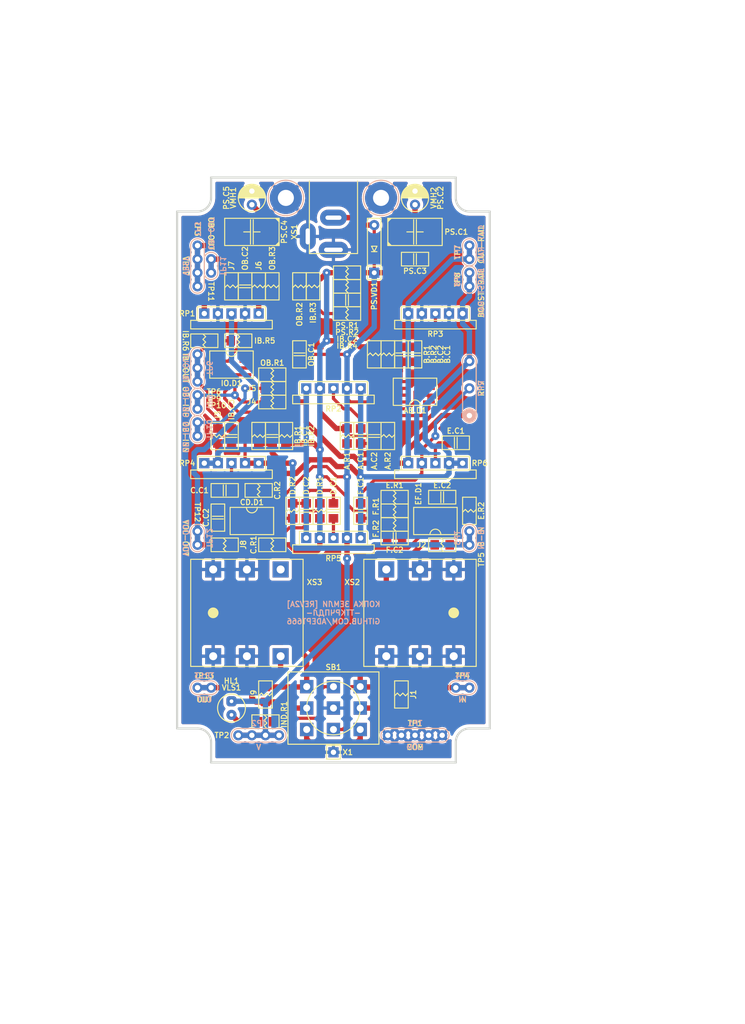
<source format=kicad_pcb>
(kicad_pcb (version 20171130) (host pcbnew 5.1.12-84ad8e8a86~92~ubuntu20.04.1)
  (title_block (title ТКП-1.36.A-4) (date 2024-11-30) (rev 2A) (company "Копка Земли [REV2A] Standard-Tuned SM") (comment 1 http://github.com/Adept666) (comment 2 "Igor Ivanov (Игорь Иванов)") (comment 3 -ТТКРЧПДЛ-) (comment 4 "This project is licensed under GNU General Public License v3.0 or later"))
  (layers (0 F.Cu jumper) (31 B.Cu signal) (36 B.SilkS user) (37 F.SilkS user) (38 B.Mask user) (39 F.Mask user) (44 Edge.Cuts user))
  (net 0 "")
  (net 1 COM)
  (net 2 "Net-(HL1-PadC)")
  (net 3 /LED)
  (net 4 "Net-(SB1-PadNC1)")
  (net 5 V)
  (net 6 "Net-(XS3-PadTN)")
  (net 7 "Net-(A.C1-Pad2)")
  (net 8 "Net-(A.C1-Pad1)")
  (net 9 "Net-(A.C2-Pad2)")
  (net 10 VREF)
  (net 11 "Net-(A.R2-Pad2)")
  (net 12 "Net-(AB.D1-Pad6)")
  (net 13 "Net-(AB.D1-Pad5)")
  (net 14 "Net-(B.C1-Pad2)")
  (net 15 "Net-(B.C1-Pad1)")
  (net 16 "Net-(C.C1-Pad2)")
  (net 17 "Net-(C.C1-Pad1)")
  (net 18 "Net-(C.C2-Pad2)")
  (net 19 "Net-(C.R2-Pad2)")
  (net 20 "Net-(CD.D1-Pad6)")
  (net 21 "Net-(CD.D1-Pad5)")
  (net 22 "Net-(D.C1-Pad2)")
  (net 23 "Net-(D.C1-Pad1)")
  (net 24 "Net-(E.C1-Pad2)")
  (net 25 "Net-(E.C1-Pad1)")
  (net 26 "Net-(E.C2-Pad2)")
  (net 27 "Net-(IB.C1-Pad2)")
  (net 28 "Net-(IB.C2-Pad2)")
  (net 29 /CUT-RAIL)
  (net 30 "Net-(IB.R3-Pad2)")
  (net 31 "Net-(IB.R5-Pad2)")
  (net 32 "Net-(IO.D1-Pad7)")
  (net 33 /BOOST-RAIL)
  (net 34 "Net-(OB.C1-Pad2)")
  (net 35 "Net-(PS.VD1-PadA)")
  (net 36 "Net-(E.R2-Pad2)")
  (net 37 "Net-(EF.D1-Pad6)")
  (net 38 "Net-(EF.D1-Pad5)")
  (net 39 "Net-(F.C1-Pad2)")
  (net 40 "Net-(F.C1-Pad1)")
  (net 41 /IB-OUT)
  (net 42 /IB-IN)
  (net 43 /OB-OUT)
  (net 44 /CIR-IN)
  (net 45 /CIR-OUT)
  (net 46 /VOL-OUT)
  (net 47 /VOL-IN)
  (net 48 /VOL-COM)
  (net 49 /IN)
  (net 50 /OUT)
  (net 51 /OB-INP)
  (net 52 /OB-INN)
  (module KCL-TH-ML:CON-PAD-S-1.0-1.9 (layer F.Cu) (at 105.41 201.295)
    (fp_text reference X1 (at 1.5875 0) (layer F.SilkS) (effects (font (thickness 0.2)) (justify left)))
    (fp_text value COM)
    (pad 1 thru_hole rect (at 0 0) (size 1.9 1.9) (drill 1) (layers *.Cu *.Mask) (net 1 COM))
  )
  (module KCL-VIRTUAL:VFM-1.0-3.0-SL (layer F.Cu) (at 82.55 195.58)
    (fp_text reference VFM2 hide)
    (fp_text value 1.0 hide)
    (pad "" smd circle (at 0 0) (size 1 1) (layers F.Cu F.Mask) (clearance 1.1))
  )
  (module KCL-VIRTUAL:VFM-1.0-3.0-SL (layer F.Cu) (at 128.27 195.58)
    (fp_text reference VFM3 hide)
    (fp_text value 1.0 hide)
    (pad "" smd circle (at 0 0) (size 1 1) (layers F.Cu F.Mask) (clearance 1.1))
  )
  (module KCL-VIRTUAL:VFM-1.0-3.0-SL (layer F.Cu) (at 128.27 101.6)
    (fp_text reference VFM1 hide)
    (fp_text value 1.0 hide)
    (pad "" smd circle (at 0 0) (size 1 1) (layers F.Cu F.Mask) (clearance 1.1))
  )
  (module SBKCL-TH-ML:CON-PJ-644C-IN-OR-OUT (layer F.Cu) (at 78.74 175.26 270)
    (fp_text reference XS3 (at -5.715 -21.59) (layer F.SilkS) (effects (font (thickness 0.2)) (justify left)))
    (fp_text value PJ-644C)
    (pad TN thru_hole rect (at -8.1 -16.8 270) (size 3 3) (drill 1.5) (layers *.Cu *.Mask) (net 6 "Net-(XS3-PadTN)"))
    (pad RN thru_hole rect (at -8.1 -10.5 270) (size 3 3) (drill 1.5) (layers *.Cu *.Mask) (net 1 COM))
    (pad SN thru_hole rect (at -8.1 -4.2 270) (size 3 3) (drill 1.5) (layers *.Cu *.Mask) (net 1 COM))
    (pad T thru_hole rect (at 8.1 -16.8 270) (size 3 3) (drill 1.5) (layers *.Cu *.Mask) (net 50 /OUT))
    (pad R thru_hole rect (at 8.1 -10.5 270) (size 3 3) (drill 1.5) (layers *.Cu *.Mask) (net 1 COM))
    (pad S thru_hole rect (at 8.1 -4.2 270) (size 3 3) (drill 1.5) (layers *.Cu *.Mask) (net 1 COM))
  )
  (module SBKCL-TH-ML:CON-PJ-644C-IN-OR-OUT (layer F.Cu) (at 132.08 175.26 90)
    (fp_text reference XS2 (at 5.715 -21.59 180) (layer F.SilkS) (effects (font (thickness 0.2)) (justify right)))
    (fp_text value PJ-644C)
    (pad TN thru_hole rect (at -8.1 -16.8 90) (size 3 3) (drill 1.5) (layers *.Cu *.Mask) (net 1 COM))
    (pad RN thru_hole rect (at -8.1 -10.5 90) (size 3 3) (drill 1.5) (layers *.Cu *.Mask) (net 1 COM))
    (pad SN thru_hole rect (at -8.1 -4.2 90) (size 3 3) (drill 1.5) (layers *.Cu *.Mask) (net 1 COM))
    (pad T thru_hole rect (at 8.1 -16.8 90) (size 3 3) (drill 1.5) (layers *.Cu *.Mask) (net 49 /IN))
    (pad R thru_hole rect (at 8.1 -10.5 90) (size 3 3) (drill 1.5) (layers *.Cu *.Mask) (net 1 COM))
    (pad S thru_hole rect (at 8.1 -4.2 90) (size 3 3) (drill 1.5) (layers *.Cu *.Mask) (net 1 COM))
  )
  (module KCL-TH-ML:TP-4-1.0-1.9 (layer F.Cu) (at 80.01 110.49 270)
    (fp_text reference TP3 (at -5.3975 0 270 unlocked) (layer F.SilkS) (effects (font (thickness 0.2)) (justify right)))
    (fp_text value VREF (at 0 2.2225 270 unlocked) (layer F.SilkS) (effects (font (thickness 0.2))))
    (fp_text user %V (at 0 2.2225 270 unlocked) (layer B.SilkS) (effects (font (thickness 0.2)) (justify mirror)))
    (fp_text user %R (at -5.3975 0 270 unlocked) (layer B.SilkS) (effects (font (thickness 0.2)) (justify left mirror)))
    (pad 1 thru_hole circle (at 3.81 0 270) (size 1.9 1.9) (drill 1) (layers *.Cu *.Mask) (net 10 VREF))
    (pad 1 thru_hole circle (at 1.27 0 270) (size 1.9 1.9) (drill 1) (layers *.Cu *.Mask) (net 10 VREF))
    (pad 1 thru_hole circle (at -1.27 0 270) (size 1.9 1.9) (drill 1) (layers *.Cu *.Mask) (net 10 VREF))
    (pad 1 thru_hole circle (at -3.81 0 270) (size 1.9 1.9) (drill 1) (layers *.Cu *.Mask) (net 10 VREF))
  )
  (module KCL-TH-ML:TP-2-1.0-1.9 (layer F.Cu) (at 82.55 110.49 270)
    (fp_text reference TP11 (at 2.8575 0 270 unlocked) (layer F.SilkS) (effects (font (thickness 0.2)) (justify left)))
    (fp_text value OB-OUT (at -2.8575 0 270 unlocked) (layer F.SilkS) (effects (font (thickness 0.2)) (justify right)))
    (fp_text user %R (at 0 -2.2225 270 unlocked) (layer B.SilkS) (effects (font (thickness 0.2)) (justify mirror)))
    (fp_text user %V (at -2.8575 0 270 unlocked) (layer B.SilkS) (effects (font (thickness 0.2)) (justify left mirror)))
    (pad 1 thru_hole circle (at -1.27 0 270) (size 1.9 1.9) (drill 1) (layers *.Cu *.Mask) (net 43 /OB-OUT))
    (pad 1 thru_hole circle (at 1.27 0 270) (size 1.9 1.9) (drill 1) (layers *.Cu *.Mask) (net 43 /OB-OUT))
  )
  (module KCL-TH-ML:TP-2-1.0-1.9 (layer F.Cu) (at 130.81 107.95 90)
    (fp_text reference TP7 (at 0 -2.2225 90 unlocked) (layer F.SilkS) (effects (font (thickness 0.2))))
    (fp_text value CUT-RAIL (at -2.2225 2.2225 90 unlocked) (layer F.SilkS) (effects (font (thickness 0.2)) (justify left)))
    (fp_text user %R (at 0 -2.2225 90 unlocked) (layer B.SilkS) (effects (font (thickness 0.2)) (justify mirror)))
    (fp_text user %V (at -2.2225 2.2225 90 unlocked) (layer B.SilkS) (effects (font (thickness 0.2)) (justify right mirror)))
    (pad 1 thru_hole circle (at -1.27 0 90) (size 1.9 1.9) (drill 1) (layers *.Cu *.Mask) (net 29 /CUT-RAIL))
    (pad 1 thru_hole circle (at 1.27 0 90) (size 1.9 1.9) (drill 1) (layers *.Cu *.Mask) (net 29 /CUT-RAIL))
  )
  (module KCL-TH-ML:TP-2-1.0-1.9 (layer F.Cu) (at 130.81 113.03 90)
    (fp_text reference TP8 (at 0 -2.2225 90 unlocked) (layer F.SilkS) (effects (font (thickness 0.2))))
    (fp_text value BOOST-RAIL (at 2.2225 2.2225 90 unlocked) (layer F.SilkS) (effects (font (thickness 0.2)) (justify right)))
    (fp_text user %R (at 0 -2.2225 90 unlocked) (layer B.SilkS) (effects (font (thickness 0.2)) (justify mirror)))
    (fp_text user %V (at 2.2225 2.2225 90 unlocked) (layer B.SilkS) (effects (font (thickness 0.2)) (justify left mirror)))
    (pad 1 thru_hole circle (at -1.27 0 90) (size 1.9 1.9) (drill 1) (layers *.Cu *.Mask) (net 33 /BOOST-RAIL))
    (pad 1 thru_hole circle (at 1.27 0 90) (size 1.9 1.9) (drill 1) (layers *.Cu *.Mask) (net 33 /BOOST-RAIL))
  )
  (module KCL-TH-ML:TP-3-1.0-1.9 (layer F.Cu) (at 80.01 129.54 270)
    (fp_text reference TP6 (at 4.445 -1.5875 unlocked) (layer F.SilkS) (effects (font (thickness 0.2)) (justify left)))
    (fp_text value IB-OUT (at 0 2.2225 270 unlocked) (layer F.SilkS) (effects (font (thickness 0.2))))
    (fp_text user %V (at 0 2.2225 270 unlocked) (layer B.SilkS) (effects (font (thickness 0.2)) (justify mirror)))
    (fp_text user %R (at 0 -2.2225 270 unlocked) (layer B.SilkS) (effects (font (thickness 0.2)) (justify mirror)))
    (pad 1 thru_hole circle (at 2.54 0 270) (size 1.9 1.9) (drill 1) (layers *.Cu *.Mask) (net 41 /IB-OUT))
    (pad 1 thru_hole circle (at 0 0 270) (size 1.9 1.9) (drill 1) (layers *.Cu *.Mask) (net 41 /IB-OUT))
    (pad 1 thru_hole circle (at -2.54 0 270) (size 1.9 1.9) (drill 1) (layers *.Cu *.Mask) (net 41 /IB-OUT))
  )
  (module KCL-TH-ML:TP-2-1.0-1.9 (layer F.Cu) (at 80.01 135.89 270)
    (fp_text reference TP9 (at -0.635 -1.5875 unlocked) (layer F.SilkS) (effects (font (thickness 0.2)) (justify left)))
    (fp_text value OB-INP (at 0 2.2225 270 unlocked) (layer F.SilkS) (effects (font (thickness 0.2))))
    (fp_text user %R (at 0 -2.2225 270 unlocked) (layer B.SilkS) (effects (font (thickness 0.2)) (justify mirror)))
    (fp_text user %V (at 0 2.2225 270 unlocked) (layer B.SilkS) (effects (font (thickness 0.2)) (justify mirror)))
    (pad 1 thru_hole circle (at -1.27 0 270) (size 1.9 1.9) (drill 1) (layers *.Cu *.Mask) (net 51 /OB-INP))
    (pad 1 thru_hole circle (at 1.27 0 270) (size 1.9 1.9) (drill 1) (layers *.Cu *.Mask) (net 51 /OB-INP))
  )
  (module KCL-TH-ML:TP-2-1.0-1.9 (layer F.Cu) (at 80.01 140.97 270)
    (fp_text reference TP10 (at -4.445 -1.5875 unlocked) (layer F.SilkS) (effects (font (thickness 0.2)) (justify left)))
    (fp_text value OB-INN (at -1.5875 2.2225 270 unlocked) (layer F.SilkS) (effects (font (thickness 0.2)) (justify left)))
    (fp_text user %R (at 0 -2.2225 270 unlocked) (layer B.SilkS) (effects (font (thickness 0.2)) (justify mirror)))
    (fp_text user %V (at -1.5875 2.2225 270 unlocked) (layer B.SilkS) (effects (font (thickness 0.2)) (justify right mirror)))
    (pad 1 thru_hole circle (at -1.27 0 270) (size 1.9 1.9) (drill 1) (layers *.Cu *.Mask) (net 52 /OB-INN))
    (pad 1 thru_hole circle (at 1.27 0 270) (size 1.9 1.9) (drill 1) (layers *.Cu *.Mask) (net 52 /OB-INN))
  )
  (module KCL-TH-ML:TP-2-1.0-1.9 (layer F.Cu) (at 80.01 161.29 270)
    (fp_text reference TP12 (at -2.8575 0 270 unlocked) (layer F.SilkS) (effects (font (thickness 0.2)) (justify right)))
    (fp_text value VOL-OUT (at 0 2.2225 270 unlocked) (layer F.SilkS) (effects (font (thickness 0.2))))
    (fp_text user %R (at 0 -2.2225 270 unlocked) (layer B.SilkS) (effects (font (thickness 0.2)) (justify mirror)))
    (fp_text user %V (at 0 2.2225 270 unlocked) (layer B.SilkS) (effects (font (thickness 0.2)) (justify mirror)))
    (pad 1 thru_hole circle (at -1.27 0 270) (size 1.9 1.9) (drill 1) (layers *.Cu *.Mask) (net 46 /VOL-OUT))
    (pad 1 thru_hole circle (at 1.27 0 270) (size 1.9 1.9) (drill 1) (layers *.Cu *.Mask) (net 46 /VOL-OUT))
  )
  (module KCL-TH-ML:TP-2-1.0-1.9 (layer F.Cu) (at 130.81 161.29 90)
    (fp_text reference TP5 (at -2.54 2.2225 90 unlocked) (layer F.SilkS) (effects (font (thickness 0.2)) (justify right)))
    (fp_text value IB-IN (at 0 2.2225 90 unlocked) (layer F.SilkS) (effects (font (thickness 0.2))))
    (fp_text user %R (at 0 -2.2225 90 unlocked) (layer B.SilkS) (effects (font (thickness 0.2)) (justify mirror)))
    (fp_text user %V (at 0 2.2225 90 unlocked) (layer B.SilkS) (effects (font (thickness 0.2)) (justify mirror)))
    (pad 1 thru_hole circle (at -1.27 0 90) (size 1.9 1.9) (drill 1) (layers *.Cu *.Mask) (net 42 /IB-IN))
    (pad 1 thru_hole circle (at 1.27 0 90) (size 1.9 1.9) (drill 1) (layers *.Cu *.Mask) (net 42 /IB-IN))
  )
  (module KCL-TH-ML:TP-2-1.0-1.9 (layer F.Cu) (at 81.28 189.23)
    (fp_text reference TP13 (at 0 -2.2225 unlocked) (layer F.SilkS) (effects (font (thickness 0.2))))
    (fp_text value OUT (at 0 2.2225 unlocked) (layer F.SilkS) (effects (font (thickness 0.2))))
    (fp_text user %R (at 0 -2.2225 unlocked) (layer B.SilkS) (effects (font (thickness 0.2)) (justify mirror)))
    (fp_text user %V (at 0 2.2225 unlocked) (layer B.SilkS) (effects (font (thickness 0.2)) (justify mirror)))
    (pad 1 thru_hole circle (at -1.27 0) (size 1.9 1.9) (drill 1) (layers *.Cu *.Mask) (net 50 /OUT))
    (pad 1 thru_hole circle (at 1.27 0) (size 1.9 1.9) (drill 1) (layers *.Cu *.Mask) (net 50 /OUT))
  )
  (module KCL-TH-ML:TP-2-1.0-1.9 (layer F.Cu) (at 129.54 189.23)
    (fp_text reference TP4 (at 0 -2.2225 unlocked) (layer F.SilkS) (effects (font (thickness 0.2))))
    (fp_text value IN (at 0 2.2225 unlocked) (layer F.SilkS) (effects (font (thickness 0.2))))
    (fp_text user %R (at 0 -2.2225 unlocked) (layer B.SilkS) (effects (font (thickness 0.2)) (justify mirror)))
    (fp_text user %V (at 0 2.2225 unlocked) (layer B.SilkS) (effects (font (thickness 0.2)) (justify mirror)))
    (pad 1 thru_hole circle (at -1.27 0) (size 1.9 1.9) (drill 1) (layers *.Cu *.Mask) (net 49 /IN))
    (pad 1 thru_hole circle (at 1.27 0) (size 1.9 1.9) (drill 1) (layers *.Cu *.Mask) (net 49 /IN))
  )
  (module KCL-TH-ML:TP-5-1.0-1.9 (layer F.Cu) (at 120.65 198.12)
    (fp_text reference TP1 (at 0 -2.2225 unlocked) (layer F.SilkS) (effects (font (thickness 0.2))))
    (fp_text value COM (at 0 2.2225 unlocked) (layer F.SilkS) (effects (font (thickness 0.2))))
    (fp_text user %V (at 0 2.2225 unlocked) (layer B.SilkS) (effects (font (thickness 0.2)) (justify mirror)))
    (fp_text user %R (at 0 -2.2225 unlocked) (layer B.SilkS) (effects (font (thickness 0.2)) (justify mirror)))
    (pad 1 thru_hole circle (at 5.08 0) (size 1.9 1.9) (drill 1) (layers *.Cu *.Mask) (net 1 COM))
    (pad 1 thru_hole circle (at 2.54 0) (size 1.9 1.9) (drill 1) (layers *.Cu *.Mask) (net 1 COM))
    (pad 1 thru_hole circle (at 0 0) (size 1.9 1.9) (drill 1) (layers *.Cu *.Mask) (net 1 COM))
    (pad 1 thru_hole circle (at -2.54 0) (size 1.9 1.9) (drill 1) (layers *.Cu *.Mask) (net 1 COM))
    (pad 1 thru_hole circle (at -5.08 0) (size 1.9 1.9) (drill 1) (layers *.Cu *.Mask) (net 1 COM))
  )
  (module KCL-TH-ML:TP-4-1.0-1.9 (layer F.Cu) (at 91.44 198.12)
    (fp_text reference TP2 (at -5.3975 0 unlocked) (layer F.SilkS) (effects (font (thickness 0.2)) (justify right)))
    (fp_text value V (at 0 2.2225 unlocked) (layer F.SilkS) (effects (font (thickness 0.2))))
    (fp_text user %V (at 0 2.2225 unlocked) (layer B.SilkS) (effects (font (thickness 0.2)) (justify mirror)))
    (fp_text user %R (at 0 -2.2225 unlocked) (layer B.SilkS) (effects (font (thickness 0.2)) (justify mirror)))
    (pad 1 thru_hole circle (at 3.81 0) (size 1.9 1.9) (drill 1) (layers *.Cu *.Mask) (net 5 V))
    (pad 1 thru_hole circle (at 1.27 0) (size 1.9 1.9) (drill 1) (layers *.Cu *.Mask) (net 5 V))
    (pad 1 thru_hole circle (at -1.27 0) (size 1.9 1.9) (drill 1) (layers *.Cu *.Mask) (net 5 V))
    (pad 1 thru_hole circle (at -3.81 0) (size 1.9 1.9) (drill 1) (layers *.Cu *.Mask) (net 5 V))
  )
  (module SBKCL-TH-ML:RP-EXTERNAL (layer F.Cu) (at 130.81 133.35 90)
    (fp_text reference RP7 (at 0 2.2225 90 unlocked) (layer F.SilkS) (effects (font (thickness 0.2))))
    (fp_text value X)
    (fp_text user %R (at 0 2.2225 90 unlocked) (layer B.SilkS) (effects (font (thickness 0.2)) (justify mirror)))
    (pad 2 thru_hole circle (at 0 0 90) (size 1.9 1.9) (drill 1) (layers *.Cu *.Mask) (net 40 "Net-(F.C1-Pad1)"))
    (pad 1 thru_hole circle (at -5.08 0 90) (size 1.9 1.9) (drill 1) (layers *.Cu *.Mask) (net 29 /CUT-RAIL))
    (pad 3 thru_hole circle (at 5.08 0 90) (size 1.9 1.9) (drill 1) (layers *.Cu *.Mask) (net 33 /BOOST-RAIL))
  )
  (module SBEL:B013_F1 (layer F.Cu) (at 105.41 148.59)
    (fp_text reference VE1 hide)
    (fp_text value B013 hide)
  )
  (module SBKCL-TH-ML:CON-DC-005-9V-OVAL (layer F.Cu) (at 105.41 93.98 180)
    (fp_text reference XS1 (at 7.3025 -10.16 270) (layer F.SilkS) (effects (font (thickness 0.2))))
    (fp_text value DC-005)
    (pad C thru_hole oval (at 0 -13.5 180) (size 5.5 3) (drill oval 3.5 0.8) (layers *.Cu *.Mask) (net 1 COM))
    (pad SN thru_hole oval (at 4.8 -11 180) (size 3 5) (drill oval 0.8 3) (layers *.Cu *.Mask) (net 1 COM))
    (pad S thru_hole oval (at 0 -7.5 180) (size 5 3) (drill oval 3 0.8) (layers *.Cu *.Mask) (net 35 "Net-(PS.VD1-PadA)"))
  )
  (module KCL-VIRTUAL:VLS-BR (layer F.Cu) (at 86.36 193.04)
    (fp_text reference VLS1 (at 0 -3.81) (layer F.SilkS) (effects (font (thickness 0.2))))
    (fp_text value BR-12.7)
  )
  (module KCL-SM:R-SM-1206 (layer F.Cu) (at 92.71 195.58 180)
    (fp_text reference IND.R1 (at -3.4925 -1.27 270) (layer F.SilkS) (effects (font (thickness 0.2)) (justify left)))
    (fp_text value 103)
    (pad 1 smd rect (at -1.4 0 180) (size 1.6 1.8) (layers F.Cu F.Mask) (net 3 /LED))
    (pad 2 smd rect (at 1.4 0 180) (size 1.6 1.8) (layers F.Cu F.Mask) (net 2 "Net-(HL1-PadC)"))
  )
  (module SBKCL-TH-ML:RPB-18-1x17-1.6-PNL-7.4-2.8 (layer F.Cu) (at 86.36 108.15)
    (fp_text reference RP1 (at -6.6675 11.23) (layer F.SilkS) (effects (font (thickness 0.2)) (justify right)))
    (fp_text value B50K)
    (pad 1 thru_hole rect (at -5.08 11.23) (size 1.9 1.9) (drill 1) (layers *.Cu *.Mask) (net 48 /VOL-COM))
    (pad NC1 thru_hole rect (at -2.54 11.23) (size 1.9 1.9) (drill 1) (layers *.Cu *.Mask) (net 1 COM))
    (pad 2 thru_hole rect (at 0 11.23) (size 1.9 1.9) (drill 1) (layers *.Cu *.Mask) (net 46 /VOL-OUT))
    (pad NC2 thru_hole rect (at 2.54 11.23) (size 1.9 1.9) (drill 1) (layers *.Cu *.Mask) (net 1 COM))
    (pad 3 thru_hole rect (at 5.08 11.23) (size 1.9 1.9) (drill 1) (layers *.Cu *.Mask) (net 47 /VOL-IN))
  )
  (module SBKCL-TH-ML:RPB-18-1x17-1.6-PNL-7.4-2.8 (layer F.Cu) (at 105.41 122.12)
    (fp_text reference RP2 (at 0 15.04) (layer F.SilkS) (effects (font (thickness 0.2))))
    (fp_text value B50K)
    (pad 3 thru_hole rect (at 5.08 11.23) (size 1.9 1.9) (drill 1) (layers *.Cu *.Mask) (net 33 /BOOST-RAIL))
    (pad NC2 thru_hole rect (at 2.54 11.23) (size 1.9 1.9) (drill 1) (layers *.Cu *.Mask) (net 5 V))
    (pad 2 thru_hole rect (at 0 11.23) (size 1.9 1.9) (drill 1) (layers *.Cu *.Mask) (net 8 "Net-(A.C1-Pad1)"))
    (pad NC1 thru_hole rect (at -2.54 11.23) (size 1.9 1.9) (drill 1) (layers *.Cu *.Mask) (net 10 VREF))
    (pad 1 thru_hole rect (at -5.08 11.23) (size 1.9 1.9) (drill 1) (layers *.Cu *.Mask) (net 29 /CUT-RAIL))
  )
  (module SBKCL-TH-ML:RPB-18-1x17-1.6-PNL-7.4-2.8 (layer F.Cu) (at 124.46 108.15)
    (fp_text reference RP3 (at 0 15.04) (layer F.SilkS) (effects (font (thickness 0.2))))
    (fp_text value B50K)
    (pad 3 thru_hole rect (at 5.08 11.23) (size 1.9 1.9) (drill 1) (layers *.Cu *.Mask) (net 33 /BOOST-RAIL))
    (pad NC2 thru_hole rect (at 2.54 11.23) (size 1.9 1.9) (drill 1) (layers *.Cu *.Mask) (net 1 COM))
    (pad 2 thru_hole rect (at 0 11.23) (size 1.9 1.9) (drill 1) (layers *.Cu *.Mask) (net 15 "Net-(B.C1-Pad1)"))
    (pad NC1 thru_hole rect (at -2.54 11.23) (size 1.9 1.9) (drill 1) (layers *.Cu *.Mask) (net 1 COM))
    (pad 1 thru_hole rect (at -5.08 11.23) (size 1.9 1.9) (drill 1) (layers *.Cu *.Mask) (net 29 /CUT-RAIL))
  )
  (module SBKCL-TH-ML:RPB-18-1x17-1.6-PNL-7.4-2.8 (layer F.Cu) (at 86.36 136.09)
    (fp_text reference RP4 (at -6.6675 11.23) (layer F.SilkS) (effects (font (thickness 0.2)) (justify right)))
    (fp_text value B50K)
    (pad 3 thru_hole rect (at 5.08 11.23) (size 1.9 1.9) (drill 1) (layers *.Cu *.Mask) (net 33 /BOOST-RAIL))
    (pad NC2 thru_hole rect (at 2.54 11.23) (size 1.9 1.9) (drill 1) (layers *.Cu *.Mask) (net 33 /BOOST-RAIL))
    (pad 2 thru_hole rect (at 0 11.23) (size 1.9 1.9) (drill 1) (layers *.Cu *.Mask) (net 17 "Net-(C.C1-Pad1)"))
    (pad NC1 thru_hole rect (at -2.54 11.23) (size 1.9 1.9) (drill 1) (layers *.Cu *.Mask) (net 29 /CUT-RAIL))
    (pad 1 thru_hole rect (at -5.08 11.23) (size 1.9 1.9) (drill 1) (layers *.Cu *.Mask) (net 29 /CUT-RAIL))
  )
  (module SBKCL-TH-ML:RPB-18-1x17-1.6-PNL-7.4-2.8 (layer F.Cu) (at 105.41 150.06)
    (fp_text reference RP5 (at 0 15.04) (layer F.SilkS) (effects (font (thickness 0.2))))
    (fp_text value B50K)
    (pad 3 thru_hole rect (at 5.08 11.23) (size 1.9 1.9) (drill 1) (layers *.Cu *.Mask) (net 33 /BOOST-RAIL))
    (pad NC2 thru_hole rect (at 2.54 11.23) (size 1.9 1.9) (drill 1) (layers *.Cu *.Mask) (net 5 V))
    (pad 2 thru_hole rect (at 0 11.23) (size 1.9 1.9) (drill 1) (layers *.Cu *.Mask) (net 23 "Net-(D.C1-Pad1)"))
    (pad NC1 thru_hole rect (at -2.54 11.23) (size 1.9 1.9) (drill 1) (layers *.Cu *.Mask) (net 10 VREF))
    (pad 1 thru_hole rect (at -5.08 11.23) (size 1.9 1.9) (drill 1) (layers *.Cu *.Mask) (net 29 /CUT-RAIL))
  )
  (module SBKCL-TH-ML:RPB-18-1x17-1.6-PNL-7.4-2.8 (layer F.Cu) (at 124.46 136.09)
    (fp_text reference RP6 (at 6.6675 11.23) (layer F.SilkS) (effects (font (thickness 0.2)) (justify left)))
    (fp_text value B50K)
    (pad 3 thru_hole rect (at 5.08 11.23) (size 1.9 1.9) (drill 1) (layers *.Cu *.Mask) (net 33 /BOOST-RAIL))
    (pad NC2 thru_hole rect (at 2.54 11.23) (size 1.9 1.9) (drill 1) (layers *.Cu *.Mask) (net 33 /BOOST-RAIL))
    (pad 2 thru_hole rect (at 0 11.23) (size 1.9 1.9) (drill 1) (layers *.Cu *.Mask) (net 25 "Net-(E.C1-Pad1)"))
    (pad NC1 thru_hole rect (at -2.54 11.23) (size 1.9 1.9) (drill 1) (layers *.Cu *.Mask) (net 40 "Net-(F.C1-Pad1)"))
    (pad 1 thru_hole rect (at -5.08 11.23) (size 1.9 1.9) (drill 1) (layers *.Cu *.Mask) (net 29 /CUT-RAIL))
  )
  (module KCL-TH-ML:SW-PBS-24-302SP-2.5-PNL-13.0 (layer F.Cu) (at 105.41 193.04)
    (fp_text reference SB1 (at 0 -7.62) (layer F.SilkS) (effects (font (thickness 0.2))))
    (fp_text value PBS-24-302SP)
    (pad COM3 thru_hole rect (at 5 0) (size 2.5 2.5) (drill 1.3) (layers *.Cu *.Mask) (net 49 /IN))
    (pad NC3 thru_hole rect (at 5 4) (size 2.5 2.5) (drill 1.3) (layers *.Cu *.Mask) (net 4 "Net-(SB1-PadNC1)"))
    (pad NO3 thru_hole rect (at 5 -4) (size 2.5 2.5) (drill 1.3) (layers *.Cu *.Mask) (net 44 /CIR-IN))
    (pad COM2 thru_hole rect (at 0 0) (size 2.5 2.5) (drill 1.3) (layers *.Cu *.Mask) (net 1 COM))
    (pad NC2 thru_hole rect (at 0 4) (size 2.5 2.5) (drill 1.3) (layers *.Cu *.Mask) (net 44 /CIR-IN))
    (pad NO2 thru_hole rect (at 0 -4) (size 2.5 2.5) (drill 1.3) (layers *.Cu *.Mask) (net 3 /LED))
    (pad NO1 thru_hole rect (at -5 -4) (size 2.5 2.5) (drill 1.3) (layers *.Cu *.Mask) (net 45 /CIR-OUT))
    (pad COM1 thru_hole rect (at -5 0) (size 2.5 2.5) (drill 1.3) (layers *.Cu *.Mask) (net 50 /OUT))
    (pad NC1 thru_hole rect (at -5 4) (size 2.5 2.5) (drill 1.3) (layers *.Cu *.Mask) (net 4 "Net-(SB1-PadNC1)"))
  )
  (module KCL-TH-ML:LED-ROUND-05.0-UNI-SH-SPACER-PNL-5.3 (layer F.Cu) (at 86.36 193.04 90)
    (fp_text reference HL1 (at 5.08 0 180) (layer F.SilkS) (effects (font (thickness 0.2))))
    (fp_text value FYL-5013UWC)
    (pad C thru_hole circle (at -1.27 0 90) (size 1.9 1.9) (drill 0.7) (layers *.Cu *.Mask) (net 2 "Net-(HL1-PadC)"))
    (pad A thru_hole roundrect (at 1.27 0 90) (size 1.9 1.9) (drill 0.7) (layers *.Cu *.Mask) (roundrect_rratio 0.3) (net 5 V))
  )
  (module KCL-TH-ML:VMH-STA-DA5-PNL-3.0 (layer F.Cu) (at 96.52 97.79)
    (fp_text reference VMH1 (at -9.8425 0 90) (layer F.SilkS) (effects (font (thickness 0.2))))
    (fp_text value DI5M3x18)
    (pad 0 thru_hole circle (at 0 0) (size 6 6) (drill 3) (layers *.Cu *.Mask) (net 1 COM))
  )
  (module KCL-TH-ML:VMH-STA-DA5-PNL-3.0 (layer F.Cu) (at 114.3 97.79)
    (fp_text reference VMH2 (at 9.8425 0 90) (layer F.SilkS) (effects (font (thickness 0.2))))
    (fp_text value DI5M3x18)
    (pad 0 thru_hole circle (at 0 0) (size 6 6) (drill 3) (layers *.Cu *.Mask) (net 1 COM))
  )
  (module KCL-SM:C-SM-1206 (layer F.Cu) (at 110.49 142.24 270)
    (fp_text reference A.C1 (at 2.8575 0 270) (layer F.SilkS) (effects (font (thickness 0.2)) (justify right)))
    (fp_text value 105)
    (pad 2 smd rect (at 1.4 0 270) (size 1.6 1.8) (layers F.Cu F.Mask) (net 7 "Net-(A.C1-Pad2)"))
    (pad 1 smd rect (at -1.4 0 270) (size 1.6 1.8) (layers F.Cu F.Mask) (net 8 "Net-(A.C1-Pad1)"))
  )
  (module KCL-SM:C-SM-1206 (layer F.Cu) (at 113.03 142.24 90)
    (fp_text reference A.C2 (at -2.8575 0 90) (layer F.SilkS) (effects (font (thickness 0.2)) (justify right)))
    (fp_text value 473)
    (pad 1 smd rect (at -1.4 0 90) (size 1.6 1.8) (layers F.Cu F.Mask) (net 7 "Net-(A.C1-Pad2)"))
    (pad 2 smd rect (at 1.4 0 90) (size 1.6 1.8) (layers F.Cu F.Mask) (net 9 "Net-(A.C2-Pad2)"))
  )
  (module KCL-SM:R-SM-1206 (layer F.Cu) (at 107.95 142.24 270)
    (fp_text reference A.R1 (at 2.8575 0 270) (layer F.SilkS) (effects (font (thickness 0.2)) (justify right)))
    (fp_text value 104)
    (pad 2 smd rect (at 1.4 0 270) (size 1.6 1.8) (layers F.Cu F.Mask) (net 9 "Net-(A.C2-Pad2)"))
    (pad 1 smd rect (at -1.4 0 270) (size 1.6 1.8) (layers F.Cu F.Mask) (net 10 VREF))
  )
  (module KCL-SM:R-SM-1206 (layer F.Cu) (at 115.57 142.24 90)
    (fp_text reference A.R2 (at -2.8575 0 90) (layer F.SilkS) (effects (font (thickness 0.2)) (justify right)))
    (fp_text value 471)
    (pad 1 smd rect (at -1.4 0 90) (size 1.6 1.8) (layers F.Cu F.Mask) (net 7 "Net-(A.C1-Pad2)"))
    (pad 2 smd rect (at 1.4 0 90) (size 1.6 1.8) (layers F.Cu F.Mask) (net 11 "Net-(A.R2-Pad2)"))
  )
  (module KCL-SM:P-SO-08 (layer F.Cu) (at 120.65 133.985 180)
    (fp_text reference AB.D1 (at 0 -3.4925) (layer F.SilkS) (effects (font (thickness 0.2))))
    (fp_text value 4558)
    (pad 8 smd rect (at 2.6 -1.905 180) (size 2.2 0.6) (layers F.Cu F.Mask) (net 5 V))
    (pad 7 smd rect (at 2.6 -0.635 180) (size 2.2 0.6) (layers F.Cu F.Mask) (net 12 "Net-(AB.D1-Pad6)"))
    (pad 6 smd rect (at 2.6 0.635 180) (size 2.2 0.6) (layers F.Cu F.Mask) (net 12 "Net-(AB.D1-Pad6)"))
    (pad 5 smd rect (at 2.6 1.905 180) (size 2.2 0.6) (layers F.Cu F.Mask) (net 13 "Net-(AB.D1-Pad5)"))
    (pad 4 smd rect (at -2.6 1.905 180) (size 2.2 0.6) (layers F.Cu F.Mask) (net 1 COM))
    (pad 3 smd rect (at -2.6 0.635 180) (size 2.2 0.6) (layers F.Cu F.Mask) (net 9 "Net-(A.C2-Pad2)"))
    (pad 2 smd rect (at -2.6 -0.635 180) (size 2.2 0.6) (layers F.Cu F.Mask) (net 11 "Net-(A.R2-Pad2)"))
    (pad 1 smd rect (at -2.6 -1.905 180) (size 2.2 0.6) (layers F.Cu F.Mask) (net 11 "Net-(A.R2-Pad2)"))
  )
  (module KCL-SM:C-SM-1206 (layer F.Cu) (at 120.65 127 90)
    (fp_text reference B.C1 (at 0 6.0325 90) (layer F.SilkS) (effects (font (thickness 0.2))))
    (fp_text value 105)
    (pad 2 smd rect (at 1.4 0 90) (size 1.6 1.8) (layers F.Cu F.Mask) (net 14 "Net-(B.C1-Pad2)"))
    (pad 1 smd rect (at -1.4 0 90) (size 1.6 1.8) (layers F.Cu F.Mask) (net 15 "Net-(B.C1-Pad1)"))
  )
  (module KCL-SM:C-SM-1206 (layer F.Cu) (at 118.11 127 270)
    (fp_text reference B.C2 (at 0 -7.3025 270) (layer F.SilkS) (effects (font (thickness 0.2))))
    (fp_text value 682)
    (pad 1 smd rect (at -1.4 0 270) (size 1.6 1.8) (layers F.Cu F.Mask) (net 14 "Net-(B.C1-Pad2)"))
    (pad 2 smd rect (at 1.4 0 270) (size 1.6 1.8) (layers F.Cu F.Mask) (net 13 "Net-(AB.D1-Pad5)"))
  )
  (module KCL-SM:R-SM-1206 (layer F.Cu) (at 113.03 127 270)
    (fp_text reference B.R1 (at 0 -9.8425 270) (layer F.SilkS) (effects (font (thickness 0.2))))
    (fp_text value 124)
    (pad 2 smd rect (at 1.4 0 270) (size 1.6 1.8) (layers F.Cu F.Mask) (net 13 "Net-(AB.D1-Pad5)"))
    (pad 1 smd rect (at -1.4 0 270) (size 1.6 1.8) (layers F.Cu F.Mask) (net 10 VREF))
  )
  (module KCL-SM:R-SM-1206 (layer F.Cu) (at 115.57 127 270)
    (fp_text reference B.R2 (at 0 -8.5725 270) (layer F.SilkS) (effects (font (thickness 0.2))))
    (fp_text value 471)
    (pad 2 smd rect (at 1.4 0 270) (size 1.6 1.8) (layers F.Cu F.Mask) (net 12 "Net-(AB.D1-Pad6)"))
    (pad 1 smd rect (at -1.4 0 270) (size 1.6 1.8) (layers F.Cu F.Mask) (net 14 "Net-(B.C1-Pad2)"))
  )
  (module KCL-SM:C-SM-1206 (layer F.Cu) (at 85.09 152.4)
    (fp_text reference C.C1 (at -2.8575 0) (layer F.SilkS) (effects (font (thickness 0.2)) (justify right)))
    (fp_text value 224)
    (pad 2 smd rect (at 1.4 0) (size 1.6 1.8) (layers F.Cu F.Mask) (net 16 "Net-(C.C1-Pad2)"))
    (pad 1 smd rect (at -1.4 0) (size 1.6 1.8) (layers F.Cu F.Mask) (net 17 "Net-(C.C1-Pad1)"))
  )
  (module KCL-SM:C-SM-1206 (layer F.Cu) (at 83.82 157.48 270)
    (fp_text reference C.C2 (at 0 2.2225 270) (layer F.SilkS) (effects (font (thickness 0.2))))
    (fp_text value 472)
    (pad 1 smd rect (at -1.4 0 270) (size 1.6 1.8) (layers F.Cu F.Mask) (net 16 "Net-(C.C1-Pad2)"))
    (pad 2 smd rect (at 1.4 0 270) (size 1.6 1.8) (layers F.Cu F.Mask) (net 18 "Net-(C.C2-Pad2)"))
  )
  (module KCL-SM:R-SM-1206 (layer F.Cu) (at 93.98 162.56 180)
    (fp_text reference C.R1 (at 3.4925 0 270) (layer F.SilkS) (effects (font (thickness 0.2))))
    (fp_text value 124)
    (pad 2 smd rect (at 1.4 0 180) (size 1.6 1.8) (layers F.Cu F.Mask) (net 18 "Net-(C.C2-Pad2)"))
    (pad 1 smd rect (at -1.4 0 180) (size 1.6 1.8) (layers F.Cu F.Mask) (net 10 VREF))
  )
  (module KCL-SM:R-SM-1206 (layer F.Cu) (at 91.44 152.4)
    (fp_text reference C.R2 (at 3.4925 0 90) (layer F.SilkS) (effects (font (thickness 0.2))))
    (fp_text value 511)
    (pad 2 smd rect (at 1.4 0) (size 1.6 1.8) (layers F.Cu F.Mask) (net 19 "Net-(C.R2-Pad2)"))
    (pad 1 smd rect (at -1.4 0) (size 1.6 1.8) (layers F.Cu F.Mask) (net 16 "Net-(C.C1-Pad2)"))
  )
  (module KCL-SM:P-SO-08 (layer F.Cu) (at 90.17 158.115)
    (fp_text reference CD.D1 (at 0 -3.4925) (layer F.SilkS) (effects (font (thickness 0.2))))
    (fp_text value 4558)
    (pad 8 smd rect (at 2.6 -1.905) (size 2.2 0.6) (layers F.Cu F.Mask) (net 5 V))
    (pad 7 smd rect (at 2.6 -0.635) (size 2.2 0.6) (layers F.Cu F.Mask) (net 20 "Net-(CD.D1-Pad6)"))
    (pad 6 smd rect (at 2.6 0.635) (size 2.2 0.6) (layers F.Cu F.Mask) (net 20 "Net-(CD.D1-Pad6)"))
    (pad 5 smd rect (at 2.6 1.905) (size 2.2 0.6) (layers F.Cu F.Mask) (net 21 "Net-(CD.D1-Pad5)"))
    (pad 4 smd rect (at -2.6 1.905) (size 2.2 0.6) (layers F.Cu F.Mask) (net 1 COM))
    (pad 3 smd rect (at -2.6 0.635) (size 2.2 0.6) (layers F.Cu F.Mask) (net 18 "Net-(C.C2-Pad2)"))
    (pad 2 smd rect (at -2.6 -0.635) (size 2.2 0.6) (layers F.Cu F.Mask) (net 19 "Net-(C.R2-Pad2)"))
    (pad 1 smd rect (at -2.6 -1.905) (size 2.2 0.6) (layers F.Cu F.Mask) (net 19 "Net-(C.R2-Pad2)"))
  )
  (module KCL-SM:C-SM-1206 (layer F.Cu) (at 105.41 156.21 90)
    (fp_text reference D.C1 (at 2.8575 0 90) (layer F.SilkS) (effects (font (thickness 0.2)) (justify left)))
    (fp_text value 333)
    (pad 2 smd rect (at 1.4 0 90) (size 1.6 1.8) (layers F.Cu F.Mask) (net 22 "Net-(D.C1-Pad2)"))
    (pad 1 smd rect (at -1.4 0 90) (size 1.6 1.8) (layers F.Cu F.Mask) (net 23 "Net-(D.C1-Pad1)"))
  )
  (module KCL-SM:C-SM-1206 (layer F.Cu) (at 100.33 156.21 270)
    (fp_text reference D.C2 (at -2.8575 0 270) (layer F.SilkS) (effects (font (thickness 0.2)) (justify left)))
    (fp_text value 332)
    (pad 2 smd rect (at 1.4 0 270) (size 1.6 1.8) (layers F.Cu F.Mask) (net 21 "Net-(CD.D1-Pad5)"))
    (pad 1 smd rect (at -1.4 0 270) (size 1.6 1.8) (layers F.Cu F.Mask) (net 22 "Net-(D.C1-Pad2)"))
  )
  (module KCL-SM:R-SM-1206 (layer F.Cu) (at 102.87 156.21 90)
    (fp_text reference D.R1 (at 2.8575 0 90) (layer F.SilkS) (effects (font (thickness 0.2)) (justify left)))
    (fp_text value 104)
    (pad 2 smd rect (at 1.4 0 90) (size 1.6 1.8) (layers F.Cu F.Mask) (net 21 "Net-(CD.D1-Pad5)"))
    (pad 1 smd rect (at -1.4 0 90) (size 1.6 1.8) (layers F.Cu F.Mask) (net 10 VREF))
  )
  (module KCL-SM:R-SM-1206 (layer F.Cu) (at 97.79 156.21 270)
    (fp_text reference D.R2 (at -2.8575 0 270) (layer F.SilkS) (effects (font (thickness 0.2)) (justify left)))
    (fp_text value 821)
    (pad 2 smd rect (at 1.4 0 270) (size 1.6 1.8) (layers F.Cu F.Mask) (net 20 "Net-(CD.D1-Pad6)"))
    (pad 1 smd rect (at -1.4 0 270) (size 1.6 1.8) (layers F.Cu F.Mask) (net 22 "Net-(D.C1-Pad2)"))
  )
  (module KCL-SM:C-SM-1206 (layer F.Cu) (at 128.27 143.51)
    (fp_text reference E.C1 (at 0 -2.2225) (layer F.SilkS) (effects (font (thickness 0.2))))
    (fp_text value 223)
    (pad 2 smd rect (at 1.4 0) (size 1.6 1.8) (layers F.Cu F.Mask) (net 24 "Net-(E.C1-Pad2)"))
    (pad 1 smd rect (at -1.4 0) (size 1.6 1.8) (layers F.Cu F.Mask) (net 25 "Net-(E.C1-Pad1)"))
  )
  (module KCL-SM:C-SM-1206 (layer F.Cu) (at 125.73 153.67 180)
    (fp_text reference E.C2 (at 0 2.2225 180) (layer F.SilkS) (effects (font (thickness 0.2))))
    (fp_text value 681)
    (pad 1 smd rect (at -1.4 0 180) (size 1.6 1.8) (layers F.Cu F.Mask) (net 24 "Net-(E.C1-Pad2)"))
    (pad 2 smd rect (at 1.4 0 180) (size 1.6 1.8) (layers F.Cu F.Mask) (net 26 "Net-(E.C2-Pad2)"))
  )
  (module KCL-SM:P-SO-08 (layer F.Cu) (at 124.46 158.115 180)
    (fp_text reference EF.D1 (at 3.175 2.8575 270) (layer F.SilkS) (effects (font (thickness 0.2)) (justify left)))
    (fp_text value 4558)
    (pad 8 smd rect (at 2.6 -1.905 180) (size 2.2 0.6) (layers F.Cu F.Mask) (net 5 V))
    (pad 7 smd rect (at 2.6 -0.635 180) (size 2.2 0.6) (layers F.Cu F.Mask) (net 37 "Net-(EF.D1-Pad6)"))
    (pad 6 smd rect (at 2.6 0.635 180) (size 2.2 0.6) (layers F.Cu F.Mask) (net 37 "Net-(EF.D1-Pad6)"))
    (pad 5 smd rect (at 2.6 1.905 180) (size 2.2 0.6) (layers F.Cu F.Mask) (net 38 "Net-(EF.D1-Pad5)"))
    (pad 4 smd rect (at -2.6 1.905 180) (size 2.2 0.6) (layers F.Cu F.Mask) (net 1 COM))
    (pad 3 smd rect (at -2.6 0.635 180) (size 2.2 0.6) (layers F.Cu F.Mask) (net 26 "Net-(E.C2-Pad2)"))
    (pad 2 smd rect (at -2.6 -0.635 180) (size 2.2 0.6) (layers F.Cu F.Mask) (net 36 "Net-(E.R2-Pad2)"))
    (pad 1 smd rect (at -2.6 -1.905 180) (size 2.2 0.6) (layers F.Cu F.Mask) (net 36 "Net-(E.R2-Pad2)"))
  )
  (module KCL-SM:R-SM-1206 (layer F.Cu) (at 116.84 153.67)
    (fp_text reference E.R1 (at 0 -2.2225) (layer F.SilkS) (effects (font (thickness 0.2))))
    (fp_text value 124)
    (pad 2 smd rect (at 1.4 0) (size 1.6 1.8) (layers F.Cu F.Mask) (net 26 "Net-(E.C2-Pad2)"))
    (pad 1 smd rect (at -1.4 0) (size 1.6 1.8) (layers F.Cu F.Mask) (net 10 VREF))
  )
  (module KCL-SM:R-SM-1206 (layer F.Cu) (at 130.81 156.21 270)
    (fp_text reference E.R2 (at 0 -2.2225 270) (layer F.SilkS) (effects (font (thickness 0.2))))
    (fp_text value 511)
    (pad 2 smd rect (at 1.4 0 270) (size 1.6 1.8) (layers F.Cu F.Mask) (net 36 "Net-(E.R2-Pad2)"))
    (pad 1 smd rect (at -1.4 0 270) (size 1.6 1.8) (layers F.Cu F.Mask) (net 24 "Net-(E.C1-Pad2)"))
  )
  (module KCL-SM:C-SM-1206 (layer F.Cu) (at 93.98 142.24 90)
    (fp_text reference IB.C1 (at 0 6.0325 90) (layer F.SilkS) (effects (font (thickness 0.2))))
    (fp_text value 103)
    (pad 2 smd rect (at 1.4 0 90) (size 1.6 1.8) (layers F.Cu F.Mask) (net 27 "Net-(IB.C1-Pad2)"))
    (pad 1 smd rect (at -1.4 0 90) (size 1.6 1.8) (layers F.Cu F.Mask) (net 42 /IB-IN))
  )
  (module KCL-SM:C-SM-1206 (layer F.Cu) (at 107.95 116.84)
    (fp_text reference IB.C2 (at 0 7.3025) (layer F.SilkS) (effects (font (thickness 0.2))))
    (fp_text value 103)
    (pad 2 smd rect (at 1.4 0) (size 1.6 1.8) (layers F.Cu F.Mask) (net 28 "Net-(IB.C2-Pad2)"))
    (pad 1 smd rect (at -1.4 0) (size 1.6 1.8) (layers F.Cu F.Mask) (net 10 VREF))
  )
  (module KCL-SM:C-SM-1206 (layer F.Cu) (at 86.36 142.24 270)
    (fp_text reference IB.C3 (at -2.8575 0 270) (layer F.SilkS) (effects (font (thickness 0.2)) (justify left)))
    (fp_text value 151)
    (pad 2 smd rect (at 1.4 0 270) (size 1.6 1.8) (layers F.Cu F.Mask) (net 1 COM))
    (pad 1 smd rect (at -1.4 0 270) (size 1.6 1.8) (layers F.Cu F.Mask) (net 41 /IB-OUT))
  )
  (module KCL-SM:R-SM-1206 (layer F.Cu) (at 91.44 142.24 270)
    (fp_text reference IB.R1 (at 0 -7.3025 270) (layer F.SilkS) (effects (font (thickness 0.2))))
    (fp_text value 225)
    (pad 2 smd rect (at 1.4 0 270) (size 1.6 1.8) (layers F.Cu F.Mask) (net 42 /IB-IN))
    (pad 1 smd rect (at -1.4 0 270) (size 1.6 1.8) (layers F.Cu F.Mask) (net 1 COM))
  )
  (module KCL-SM:R-SM-1206 (layer F.Cu) (at 96.52 142.24 90)
    (fp_text reference IB.R2 (at 0 4.7625 90) (layer F.SilkS) (effects (font (thickness 0.2))))
    (fp_text value 474)
    (pad 2 smd rect (at 1.4 0 90) (size 1.6 1.8) (layers F.Cu F.Mask) (net 27 "Net-(IB.C1-Pad2)"))
    (pad 1 smd rect (at -1.4 0 90) (size 1.6 1.8) (layers F.Cu F.Mask) (net 10 VREF))
  )
  (module KCL-SM:R-SM-1206 (layer F.Cu) (at 101.6 114.3 270)
    (fp_text reference IB.R3 (at 2.8575 0 270) (layer F.SilkS) (effects (font (thickness 0.2)) (justify right)))
    (fp_text value 103)
    (pad 1 smd rect (at -1.4 0 270) (size 1.6 1.8) (layers F.Cu F.Mask) (net 10 VREF))
    (pad 2 smd rect (at 1.4 0 270) (size 1.6 1.8) (layers F.Cu F.Mask) (net 30 "Net-(IB.R3-Pad2)"))
  )
  (module KCL-SM:R-SM-1206 (layer F.Cu) (at 107.95 119.38 180)
    (fp_text reference IB.R4 (at 0 -6.0325 180) (layer F.SilkS) (effects (font (thickness 0.2))))
    (fp_text value 102)
    (pad 2 smd rect (at 1.4 0 180) (size 1.6 1.8) (layers F.Cu F.Mask) (net 30 "Net-(IB.R3-Pad2)"))
    (pad 1 smd rect (at -1.4 0 180) (size 1.6 1.8) (layers F.Cu F.Mask) (net 28 "Net-(IB.C2-Pad2)"))
  )
  (module KCL-SM:R-SM-1206 (layer F.Cu) (at 87.63 124.46 180)
    (fp_text reference IB.R5 (at -2.8575 0 180) (layer F.SilkS) (effects (font (thickness 0.2)) (justify left)))
    (fp_text value 103)
    (pad 2 smd rect (at 1.4 0 180) (size 1.6 1.8) (layers F.Cu F.Mask) (net 31 "Net-(IB.R5-Pad2)"))
    (pad 1 smd rect (at -1.4 0 180) (size 1.6 1.8) (layers F.Cu F.Mask) (net 30 "Net-(IB.R3-Pad2)"))
  )
  (module KCL-SM:R-SM-1206 (layer F.Cu) (at 81.28 124.46 180)
    (fp_text reference IB.R6 (at 3.4925 0 270 unlocked) (layer F.SilkS) (effects (font (thickness 0.2))))
    (fp_text value 103)
    (pad 1 smd rect (at -1.4 0 180) (size 1.6 1.8) (layers F.Cu F.Mask) (net 31 "Net-(IB.R5-Pad2)"))
    (pad 2 smd rect (at 1.4 0 180) (size 1.6 1.8) (layers F.Cu F.Mask) (net 41 /IB-OUT))
  )
  (module KCL-SM:P-SO-08 (layer F.Cu) (at 86.36 128.905)
    (fp_text reference IO.D1 (at 0 3.4925) (layer F.SilkS) (effects (font (thickness 0.2))))
    (fp_text value 4558)
    (pad 8 smd rect (at 2.6 -1.905) (size 2.2 0.6) (layers F.Cu F.Mask) (net 5 V))
    (pad 7 smd rect (at 2.6 -0.635) (size 2.2 0.6) (layers F.Cu F.Mask) (net 32 "Net-(IO.D1-Pad7)"))
    (pad 6 smd rect (at 2.6 0.635) (size 2.2 0.6) (layers F.Cu F.Mask) (net 52 /OB-INN))
    (pad 5 smd rect (at 2.6 1.905) (size 2.2 0.6) (layers F.Cu F.Mask) (net 51 /OB-INP))
    (pad 4 smd rect (at -2.6 1.905) (size 2.2 0.6) (layers F.Cu F.Mask) (net 1 COM))
    (pad 3 smd rect (at -2.6 0.635) (size 2.2 0.6) (layers F.Cu F.Mask) (net 27 "Net-(IB.C1-Pad2)"))
    (pad 2 smd rect (at -2.6 -0.635) (size 2.2 0.6) (layers F.Cu F.Mask) (net 30 "Net-(IB.R3-Pad2)"))
    (pad 1 smd rect (at -2.6 -1.905) (size 2.2 0.6) (layers F.Cu F.Mask) (net 31 "Net-(IB.R5-Pad2)"))
  )
  (module KCL-SM:C-SM-1206 (layer F.Cu) (at 99.06 127 90)
    (fp_text reference OB.C1 (at 0 2.2225 90) (layer F.SilkS) (effects (font (thickness 0.2))))
    (fp_text value 105)
    (pad 2 smd rect (at 1.4 0 90) (size 1.6 1.8) (layers F.Cu F.Mask) (net 34 "Net-(OB.C1-Pad2)"))
    (pad 1 smd rect (at -1.4 0 90) (size 1.6 1.8) (layers F.Cu F.Mask) (net 32 "Net-(IO.D1-Pad7)"))
  )
  (module KCL-SM:C-SM-1206 (layer F.Cu) (at 88.9 114.3 270)
    (fp_text reference OB.C2 (at -2.8575 0 270) (layer F.SilkS) (effects (font (thickness 0.2)) (justify left)))
    (fp_text value 103)
    (pad 2 smd rect (at 1.4 0 270) (size 1.6 1.8) (layers F.Cu F.Mask) (net 1 COM))
    (pad 1 smd rect (at -1.4 0 270) (size 1.6 1.8) (layers F.Cu F.Mask) (net 43 /OB-OUT))
  )
  (module KCL-SM:R-SM-1206 (layer F.Cu) (at 93.98 130.81)
    (fp_text reference OB.R1 (at 0 -2.2225) (layer F.SilkS) (effects (font (thickness 0.2))))
    (fp_text value 103)
    (pad 1 smd rect (at -1.4 0) (size 1.6 1.8) (layers F.Cu F.Mask) (net 52 /OB-INN))
    (pad 2 smd rect (at 1.4 0) (size 1.6 1.8) (layers F.Cu F.Mask) (net 32 "Net-(IO.D1-Pad7)"))
  )
  (module KCL-SM:R-SM-1206 (layer F.Cu) (at 99.06 114.3 90)
    (fp_text reference OB.R2 (at -2.8575 0 90) (layer F.SilkS) (effects (font (thickness 0.2)) (justify right)))
    (fp_text value 103)
    (pad 2 smd rect (at 1.4 0 90) (size 1.6 1.8) (layers F.Cu F.Mask) (net 43 /OB-OUT))
    (pad 1 smd rect (at -1.4 0 90) (size 1.6 1.8) (layers F.Cu F.Mask) (net 34 "Net-(OB.C1-Pad2)"))
  )
  (module KCL-SM:R-SM-1206 (layer F.Cu) (at 93.98 114.3 90)
    (fp_text reference OB.R3 (at 2.8575 0 90) (layer F.SilkS) (effects (font (thickness 0.2)) (justify left)))
    (fp_text value 103)
    (pad 2 smd rect (at 1.4 0 90) (size 1.6 1.8) (layers F.Cu F.Mask) (net 43 /OB-OUT))
    (pad 1 smd rect (at -1.4 0 90) (size 1.6 1.8) (layers F.Cu F.Mask) (net 1 COM))
  )
  (module KCL-SM:CP-CTSMD-D (layer F.Cu) (at 120.65 104.14)
    (fp_text reference PS.C1 (at 5.3975 0) (layer F.SilkS) (effects (font (thickness 0.2)) (justify left)))
    (fp_text value 107)
    (pad + smd rect (at -3.2 0) (size 2.6 2.4) (layers F.Cu F.Mask) (net 5 V))
    (pad - smd rect (at 3.2 0) (size 2.6 2.4) (layers F.Cu F.Mask) (net 1 COM))
  )
  (module KCL-SM:C-SM-1206 (layer F.Cu) (at 120.65 109.22)
    (fp_text reference PS.C3 (at 0 2.2225) (layer F.SilkS) (effects (font (thickness 0.2))))
    (fp_text value 104)
    (pad 2 smd rect (at 1.4 0) (size 1.6 1.8) (layers F.Cu F.Mask) (net 1 COM))
    (pad 1 smd rect (at -1.4 0) (size 1.6 1.8) (layers F.Cu F.Mask) (net 5 V))
  )
  (module KCL-SM:CP-CTSMD-D (layer F.Cu) (at 90.17 104.14 180)
    (fp_text reference PS.C4 (at -6.0325 0 270) (layer F.SilkS) (effects (font (thickness 0.2))))
    (fp_text value 476)
    (pad + smd rect (at -3.2 0 180) (size 2.6 2.4) (layers F.Cu F.Mask) (net 10 VREF))
    (pad - smd rect (at 3.2 0 180) (size 2.6 2.4) (layers F.Cu F.Mask) (net 1 COM))
  )
  (module KCL-SM:R-SM-1206 (layer F.Cu) (at 107.95 111.76)
    (fp_text reference PS.R1 (at 0 9.8425) (layer F.SilkS) (effects (font (thickness 0.2))))
    (fp_text value 473)
    (pad 2 smd rect (at 1.4 0) (size 1.6 1.8) (layers F.Cu F.Mask) (net 5 V))
    (pad 1 smd rect (at -1.4 0) (size 1.6 1.8) (layers F.Cu F.Mask) (net 10 VREF))
  )
  (module KCL-SM:R-SM-1206 (layer F.Cu) (at 107.95 114.3 180)
    (fp_text reference PS.R2 (at 0 -8.5725 180) (layer F.SilkS) (effects (font (thickness 0.2))))
    (fp_text value 473)
    (pad 2 smd rect (at 1.4 0 180) (size 1.6 1.8) (layers F.Cu F.Mask) (net 10 VREF))
    (pad 1 smd rect (at -1.4 0 180) (size 1.6 1.8) (layers F.Cu F.Mask) (net 1 COM))
  )
  (module KCL-SM:C-SM-1206 (layer F.Cu) (at 110.49 156.21 270)
    (fp_text reference F.C1 (at -2.8575 0 270) (layer F.SilkS) (effects (font (thickness 0.2)) (justify left)))
    (fp_text value X)
    (pad 2 smd rect (at 1.4 0 270) (size 1.6 1.8) (layers F.Cu F.Mask) (net 39 "Net-(F.C1-Pad2)"))
    (pad 1 smd rect (at -1.4 0 270) (size 1.6 1.8) (layers F.Cu F.Mask) (net 40 "Net-(F.C1-Pad1)"))
  )
  (module KCL-SM:C-SM-1206 (layer F.Cu) (at 116.84 161.29)
    (fp_text reference F.C2 (at 0 2.2225) (layer F.SilkS) (effects (font (thickness 0.2))))
    (fp_text value X)
    (pad 2 smd rect (at 1.4 0) (size 1.6 1.8) (layers F.Cu F.Mask) (net 38 "Net-(EF.D1-Pad5)"))
    (pad 1 smd rect (at -1.4 0) (size 1.6 1.8) (layers F.Cu F.Mask) (net 39 "Net-(F.C1-Pad2)"))
  )
  (module KCL-SM:R-SM-1206 (layer F.Cu) (at 116.84 156.21)
    (fp_text reference F.R1 (at -3.4925 0.9525 90) (layer F.SilkS) (effects (font (thickness 0.2)) (justify left)))
    (fp_text value X)
    (pad 2 smd rect (at 1.4 0) (size 1.6 1.8) (layers F.Cu F.Mask) (net 38 "Net-(EF.D1-Pad5)"))
    (pad 1 smd rect (at -1.4 0) (size 1.6 1.8) (layers F.Cu F.Mask) (net 10 VREF))
  )
  (module KCL-SM:R-SM-1206 (layer F.Cu) (at 116.84 158.75)
    (fp_text reference F.R2 (at -3.4925 -0.9525 90) (layer F.SilkS) (effects (font (thickness 0.2)) (justify right)))
    (fp_text value X)
    (pad 2 smd rect (at 1.4 0) (size 1.6 1.8) (layers F.Cu F.Mask) (net 37 "Net-(EF.D1-Pad6)"))
    (pad 1 smd rect (at -1.4 0) (size 1.6 1.8) (layers F.Cu F.Mask) (net 39 "Net-(F.C1-Pad2)"))
  )
  (module KCL-SM:R-SM-1206 (layer F.Cu) (at 118.11 190.5 90)
    (fp_text reference J1 (at 0 2.2225 90) (layer F.SilkS) (effects (font (thickness 0.2))))
    (fp_text value X)
    (pad 2 smd rect (at 1.4 0 90) (size 1.6 1.8) (layers F.Cu F.Mask) (net 44 /CIR-IN))
    (pad 1 smd rect (at -1.4 0 90) (size 1.6 1.8) (layers F.Cu F.Mask) (net 49 /IN))
  )
  (module KCL-SM:R-SM-1206 (layer F.Cu) (at 92.71 190.5 270)
    (fp_text reference J9 (at 0 2.2225 270) (layer F.SilkS) (effects (font (thickness 0.2))))
    (fp_text value X)
    (pad 2 smd rect (at 1.4 0 270) (size 1.6 1.8) (layers F.Cu F.Mask) (net 50 /OUT))
    (pad 1 smd rect (at -1.4 0 270) (size 1.6 1.8) (layers F.Cu F.Mask) (net 45 /CIR-OUT))
  )
  (module KCL-SM:R-SM-1206 (layer F.Cu) (at 83.82 142.24 270)
    (fp_text reference J3 (at -2.8575 0 270) (layer F.SilkS) (effects (font (thickness 0.2)) (justify left)))
    (fp_text value 0)
    (pad 2 smd rect (at 1.4 0 270) (size 1.6 1.8) (layers F.Cu F.Mask) (net 29 /CUT-RAIL))
    (pad 1 smd rect (at -1.4 0 270) (size 1.6 1.8) (layers F.Cu F.Mask) (net 41 /IB-OUT))
  )
  (module KCL-SM:R-SM-1206 (layer F.Cu) (at 93.98 135.89 180)
    (fp_text reference J4 (at 2.8575 0 180) (layer F.SilkS) (effects (font (thickness 0.2)) (justify right)))
    (fp_text value 0)
    (pad 2 smd rect (at 1.4 0 180) (size 1.6 1.8) (layers F.Cu F.Mask) (net 51 /OB-INP))
    (pad 1 smd rect (at -1.4 0 180) (size 1.6 1.8) (layers F.Cu F.Mask) (net 29 /CUT-RAIL))
  )
  (module KCL-SM:R-SM-1206 (layer F.Cu) (at 93.98 133.35 180)
    (fp_text reference J5 (at 2.8575 0 180) (layer F.SilkS) (effects (font (thickness 0.2)) (justify right)))
    (fp_text value 0)
    (pad 2 smd rect (at 1.4 0 180) (size 1.6 1.8) (layers F.Cu F.Mask) (net 52 /OB-INN))
    (pad 1 smd rect (at -1.4 0 180) (size 1.6 1.8) (layers F.Cu F.Mask) (net 33 /BOOST-RAIL))
  )
  (module KCL-TH-ML:CP-RADIAL-D05.0-P02.0-CLS (layer F.Cu) (at 120.65 97.79 90)
    (fp_text reference PS.C2 (at 0 4.7625 90) (layer F.SilkS) (effects (font (thickness 0.2))))
    (fp_text value 107)
    (pad - thru_hole roundrect (at 1.27 0 90) (size 1.9 1.9) (drill 1) (layers *.Cu *.Mask) (roundrect_rratio 0.3) (net 1 COM))
    (pad + thru_hole circle (at -1.27 0 90) (size 1.9 1.9) (drill 1) (layers *.Cu *.Mask) (net 5 V))
  )
  (module KCL-TH-ML:CP-RADIAL-D05.0-P02.0-CLS (layer F.Cu) (at 90.17 97.79 90)
    (fp_text reference PS.C5 (at 0 -4.7625 90) (layer F.SilkS) (effects (font (thickness 0.2))))
    (fp_text value 476)
    (pad - thru_hole roundrect (at 1.27 0 90) (size 1.9 1.9) (drill 1) (layers *.Cu *.Mask) (roundrect_rratio 0.3) (net 1 COM))
    (pad + thru_hole circle (at -1.27 0 90) (size 1.9 1.9) (drill 1) (layers *.Cu *.Mask) (net 10 VREF))
  )
  (module KCL-SM:R-SM-1206 (layer F.Cu) (at 125.73 162.56)
    (fp_text reference J2 (at -2.8575 0) (layer F.SilkS) (effects (font (thickness 0.2)) (justify right)))
    (fp_text value 0)
    (pad 2 smd rect (at 1.4 0) (size 1.6 1.8) (layers F.Cu F.Mask) (net 42 /IB-IN))
    (pad 1 smd rect (at -1.4 0) (size 1.6 1.8) (layers F.Cu F.Mask) (net 44 /CIR-IN))
  )
  (module KCL-SM:R-SM-1206 (layer F.Cu) (at 85.09 162.56)
    (fp_text reference J8 (at 3.4925 0 90) (layer F.SilkS) (effects (font (thickness 0.2))))
    (fp_text value 0)
    (pad 2 smd rect (at 1.4 0) (size 1.6 1.8) (layers F.Cu F.Mask) (net 45 /CIR-OUT))
    (pad 1 smd rect (at -1.4 0) (size 1.6 1.8) (layers F.Cu F.Mask) (net 46 /VOL-OUT))
  )
  (module KCL-SM:R-SM-1206 (layer F.Cu) (at 91.44 114.3 270)
    (fp_text reference J6 (at -2.8575 0 270) (layer F.SilkS) (effects (font (thickness 0.2)) (justify left)))
    (fp_text value 0)
    (pad 2 smd rect (at 1.4 0 270) (size 1.6 1.8) (layers F.Cu F.Mask) (net 47 /VOL-IN))
    (pad 1 smd rect (at -1.4 0 270) (size 1.6 1.8) (layers F.Cu F.Mask) (net 43 /OB-OUT))
  )
  (module KCL-SM:R-SM-1206 (layer F.Cu) (at 86.36 114.3 270)
    (fp_text reference J7 (at -2.8575 0 270) (layer F.SilkS) (effects (font (thickness 0.2)) (justify left)))
    (fp_text value 0)
    (pad 2 smd rect (at 1.4 0 270) (size 1.6 1.8) (layers F.Cu F.Mask) (net 1 COM))
    (pad 1 smd rect (at -1.4 0 270) (size 1.6 1.8) (layers F.Cu F.Mask) (net 48 /VOL-COM))
  )
  (module SBKCL-TH-ML:P-SOD-123-OR-DO-41 (layer F.Cu) (at 113.03 107.315 270)
    (fp_text reference PS.VD1 (at 6.0325 0 270) (layer F.SilkS) (effects (font (thickness 0.2)) (justify right)))
    (fp_text value 0520)
    (pad C thru_hole rect (at 4.445 0 270) (size 1.9 1.9) (drill 0.9) (layers *.Cu *.Mask) (net 5 V))
    (pad A thru_hole circle (at -4.445 0 270) (size 1.9 1.9) (drill 0.9) (layers *.Cu *.Mask) (net 35 "Net-(PS.VD1-PadA)"))
    (pad C smd rect (at 1.7 0 270) (size 1.6 0.8) (layers F.Cu F.Mask) (net 5 V))
    (pad A smd rect (at -1.7 0 270) (size 1.6 0.8) (layers F.Cu F.Mask) (net 35 "Net-(PS.VD1-PadA)"))
  )
  (gr_arc (start 80.01 97.79) (end 80.01 100.33) (angle -90) (layer Edge.Cuts) (width 0.4))
  (gr_arc (start 130.81 97.79) (end 128.27 97.79) (angle -90) (layer Edge.Cuts) (width 0.4))
  (gr_arc (start 80.01 199.39) (end 82.55 199.39) (angle -90) (layer Edge.Cuts) (width 0.4))
  (gr_arc (start 130.81 199.39) (end 130.81 196.85) (angle -90) (layer Edge.Cuts) (width 0.4))
  (gr_line (start 128.27 199.39) (end 128.27 203.2) (layer Edge.Cuts) (width 0.4))
  (gr_line (start 82.55 199.39) (end 82.55 203.2) (layer Edge.Cuts) (width 0.4))
  (gr_line (start 130.81 196.85) (end 134.62 196.85) (layer Edge.Cuts) (width 0.4))
  (gr_line (start 76.2 196.85) (end 80.01 196.85) (layer Edge.Cuts) (width 0.4))
  (gr_line (start 128.27 93.98) (end 128.27 97.79) (layer Edge.Cuts) (width 0.4))
  (gr_line (start 82.55 93.98) (end 82.55 97.79) (layer Edge.Cuts) (width 0.4))
  (gr_line (start 130.81 100.33) (end 134.62 100.33) (layer Edge.Cuts) (width 0.4))
  (gr_line (start 76.2 100.33) (end 80.01 100.33) (layer Edge.Cuts) (width 0.4))
  (gr_text "КОПКА ЗЕМЛИ [REV2A]\n-ТТКРЧПДЛ-\nGITHUB.COM/ADEPT666" (at 105.41 175.26) (layer B.SilkS) (effects (font (size 1 1) (thickness 0.2)) (justify mirror)))
  (gr_line (start 134.62 100.33) (end 134.62 196.85) (layer Edge.Cuts) (width 0.4))
  (gr_line (start 76.2 100.33) (end 76.2 196.85) (layer Edge.Cuts) (width 0.4))
  (gr_line (start 82.55 203.2) (end 128.27 203.2) (layer Edge.Cuts) (width 0.4))
  (gr_line (start 82.55 93.98) (end 128.27 93.98) (layer Edge.Cuts) (width 0.4))
  (segment (start 127.06 156.21) (end 132.715 156.21) (width 0.6) (layer F.Cu) (net 1))
  (segment (start 86.36 143.64) (end 86.36 142.24) (width 0.6) (layer F.Cu) (net 1))
  (segment (start 86.36 142.24) (end 88.265 142.24) (width 0.6) (layer F.Cu) (net 1))
  (segment (start 81.915 142.24) (end 86.36 142.24) (width 0.6) (layer F.Cu) (net 1))
  (segment (start 87.57 160.02) (end 87.57 160.595) (width 0.6) (layer F.Cu) (net 1))
  (segment (start 87.57 160.595) (end 88.265 161.29) (width 0.6) (layer F.Cu) (net 1))
  (segment (start 91.31 195.58) (end 87.63 195.58) (width 1) (layer F.Cu) (net 2))
  (segment (start 87.63 195.58) (end 86.36 194.31) (width 1) (layer F.Cu) (net 2))
  (segment (start 98.425 194.945) (end 102.235 194.945) (width 0.6) (layer F.Cu) (net 3))
  (segment (start 97.79 195.58) (end 98.425 194.945) (width 0.6) (layer F.Cu) (net 3))
  (segment (start 94.11 195.58) (end 97.79 195.58) (width 0.6) (layer F.Cu) (net 3))
  (segment (start 102.235 194.945) (end 102.87 194.31) (width 0.6) (layer F.Cu) (net 3))
  (segment (start 102.87 194.31) (end 102.87 189.865) (width 0.6) (layer F.Cu) (net 3))
  (segment (start 103.695 189.04) (end 102.87 189.865) (width 0.6) (layer F.Cu) (net 3))
  (segment (start 105.41 189.04) (end 103.695 189.04) (width 0.6) (layer F.Cu) (net 3))
  (segment (start 100.41 197.04) (end 100.41 198.835) (width 1) (layer F.Cu) (net 4))
  (segment (start 100.41 198.835) (end 100.965 199.39) (width 1) (layer F.Cu) (net 4))
  (segment (start 110.41 197.04) (end 110.41 198.835) (width 1) (layer F.Cu) (net 4))
  (segment (start 110.41 198.835) (end 109.855 199.39) (width 1) (layer F.Cu) (net 4))
  (segment (start 100.965 199.39) (end 109.855 199.39) (width 1) (layer F.Cu) (net 4))
  (via (at 107.95 149.86) (size 1.5) (drill 0.5) (layers F.Cu B.Cu) (net 5))
  (via (at 107.95 127) (size 1.5) (drill 0.5) (layers F.Cu B.Cu) (net 5))
  (segment (start 87.63 198.12) (end 90.17 198.12) (width 1) (layer B.Cu) (net 5))
  (segment (start 90.17 198.12) (end 92.71 198.12) (width 1) (layer B.Cu) (net 5))
  (segment (start 92.71 198.12) (end 95.25 198.12) (width 1) (layer B.Cu) (net 5))
  (segment (start 87.63 198.12) (end 90.17 198.12) (width 1) (layer F.Cu) (net 5))
  (segment (start 90.17 198.12) (end 92.71 198.12) (width 1) (layer F.Cu) (net 5))
  (segment (start 92.71 198.12) (end 95.25 198.12) (width 1) (layer F.Cu) (net 5))
  (segment (start 86.36 191.77) (end 92.71 191.77) (width 1) (layer B.Cu) (net 5))
  (segment (start 92.71 191.77) (end 92.71 198.12) (width 1) (layer B.Cu) (net 5))
  (via (at 107.95 165.1) (size 1.5) (drill 0.5) (layers F.Cu B.Cu) (net 5))
  (segment (start 107.95 165.1) (end 107.95 176.53) (width 1) (layer B.Cu) (net 5))
  (segment (start 92.71 191.77) (end 107.95 176.53) (width 1) (layer B.Cu) (net 5))
  (segment (start 107.95 161.29) (end 107.95 163.195) (width 1) (layer F.Cu) (net 5))
  (segment (start 107.95 163.195) (end 107.95 165.1) (width 1) (layer F.Cu) (net 5))
  (segment (start 113.03 109.015) (end 113.03 111.76) (width 0.6) (layer F.Cu) (net 5))
  (segment (start 109.35 111.76) (end 113.03 111.76) (width 1) (layer F.Cu) (net 5))
  (segment (start 119.25 109.22) (end 117.475 109.22) (width 1) (layer F.Cu) (net 5))
  (segment (start 117.475 109.22) (end 114.935 111.76) (width 1) (layer F.Cu) (net 5))
  (segment (start 113.03 111.76) (end 114.935 111.76) (width 1) (layer F.Cu) (net 5))
  (segment (start 119.25 109.22) (end 119.25 107.445) (width 1) (layer F.Cu) (net 5))
  (segment (start 119.25 107.445) (end 120.65 106.045) (width 1) (layer F.Cu) (net 5))
  (segment (start 117.45 104.14) (end 120.65 104.14) (width 1) (layer F.Cu) (net 5))
  (segment (start 120.65 104.14) (end 120.65 106.045) (width 1) (layer F.Cu) (net 5))
  (segment (start 120.65 99.06) (end 120.65 104.14) (width 1) (layer F.Cu) (net 5))
  (segment (start 88.96 127) (end 107.95 127) (width 0.6) (layer F.Cu) (net 5))
  (segment (start 107.95 133.35) (end 107.95 135.255) (width 0.6) (layer F.Cu) (net 5))
  (segment (start 108.585 135.89) (end 107.95 135.255) (width 0.6) (layer F.Cu) (net 5))
  (segment (start 118.05 135.89) (end 108.585 135.89) (width 0.6) (layer F.Cu) (net 5))
  (segment (start 113.03 121.92) (end 107.95 127) (width 1) (layer B.Cu) (net 5))
  (segment (start 113.03 111.76) (end 113.03 121.92) (width 1) (layer B.Cu) (net 5))
  (segment (start 107.95 127) (end 107.95 133.35) (width 1) (layer B.Cu) (net 5))
  (segment (start 107.95 133.35) (end 107.95 149.86) (width 1) (layer B.Cu) (net 5))
  (segment (start 107.95 149.86) (end 107.95 161.29) (width 1) (layer B.Cu) (net 5))
  (segment (start 119.38 163.195) (end 107.95 163.195) (width 0.6) (layer F.Cu) (net 5))
  (segment (start 121.86 160.715) (end 119.38 163.195) (width 0.6) (layer F.Cu) (net 5))
  (segment (start 121.86 160.02) (end 121.86 160.715) (width 0.6) (layer F.Cu) (net 5))
  (segment (start 92.77 156.21) (end 94.615 156.21) (width 0.6) (layer F.Cu) (net 5))
  (segment (start 94.615 156.21) (end 95.25 155.575) (width 0.6) (layer F.Cu) (net 5))
  (segment (start 95.25 155.575) (end 95.25 154.305) (width 0.6) (layer F.Cu) (net 5))
  (segment (start 95.25 154.305) (end 101.6 147.955) (width 0.6) (layer F.Cu) (net 5))
  (segment (start 104.14 147.955) (end 106.045 149.86) (width 0.6) (layer F.Cu) (net 5))
  (segment (start 101.6 147.955) (end 104.14 147.955) (width 0.6) (layer F.Cu) (net 5))
  (segment (start 106.045 149.86) (end 107.95 149.86) (width 0.6) (layer F.Cu) (net 5))
  (segment (start 113.03 143.64) (end 115.57 143.64) (width 0.6) (layer F.Cu) (net 7))
  (segment (start 110.49 143.64) (end 113.03 143.64) (width 0.6) (layer F.Cu) (net 7))
  (segment (start 105.41 133.35) (end 105.41 135.255) (width 0.6) (layer F.Cu) (net 8))
  (segment (start 110.49 140.84) (end 110.49 139.065) (width 0.6) (layer F.Cu) (net 8))
  (segment (start 110.49 139.065) (end 108.585 137.16) (width 0.6) (layer F.Cu) (net 8))
  (segment (start 105.41 135.255) (end 107.315 137.16) (width 0.6) (layer F.Cu) (net 8))
  (segment (start 107.315 137.16) (end 108.585 137.16) (width 0.6) (layer F.Cu) (net 8))
  (segment (start 123.25 133.35) (end 121.285 133.35) (width 0.6) (layer F.Cu) (net 9))
  (segment (start 121.285 133.35) (end 120.65 133.985) (width 0.6) (layer F.Cu) (net 9))
  (segment (start 119.38 137.16) (end 120.65 135.89) (width 0.6) (layer F.Cu) (net 9))
  (segment (start 120.65 133.985) (end 120.65 135.89) (width 0.6) (layer F.Cu) (net 9))
  (segment (start 113.03 139.065) (end 114.935 137.16) (width 0.6) (layer F.Cu) (net 9))
  (segment (start 119.38 137.16) (end 114.935 137.16) (width 0.6) (layer F.Cu) (net 9))
  (segment (start 113.03 140.84) (end 113.03 139.065) (width 0.6) (layer F.Cu) (net 9))
  (segment (start 107.95 143.64) (end 107.95 142.24) (width 0.6) (layer F.Cu) (net 9))
  (segment (start 113.03 140.84) (end 113.03 142.24) (width 0.6) (layer F.Cu) (net 9))
  (segment (start 107.95 142.24) (end 113.03 142.24) (width 0.6) (layer F.Cu) (net 9))
  (segment (start 106.55 114.3) (end 106.55 116.84) (width 1) (layer F.Cu) (net 10))
  (via (at 102.87 144.78) (size 1.5) (drill 0.5) (layers F.Cu B.Cu) (net 10))
  (via (at 102.87 149.86) (size 1.5) (drill 0.5) (layers F.Cu B.Cu) (net 10))
  (via (at 104.14 124.46) (size 1.5) (drill 0.5) (layers F.Cu B.Cu) (net 10))
  (via (at 104.14 111.76) (size 1.5) (drill 0.5) (layers F.Cu B.Cu) (net 10))
  (segment (start 80.01 106.68) (end 93.37 106.68) (width 1) (layer F.Cu) (net 10))
  (segment (start 93.37 104.14) (end 93.37 102.26) (width 1) (layer F.Cu) (net 10))
  (segment (start 93.37 102.26) (end 90.17 99.06) (width 1) (layer F.Cu) (net 10))
  (segment (start 93.37 104.14) (end 93.37 106.68) (width 1) (layer F.Cu) (net 10))
  (segment (start 103 112.9) (end 104.14 111.76) (width 1) (layer F.Cu) (net 10))
  (segment (start 101.6 112.9) (end 103 112.9) (width 1) (layer F.Cu) (net 10))
  (segment (start 80.01 106.68) (end 80.01 109.22) (width 1) (layer B.Cu) (net 10))
  (segment (start 80.01 109.22) (end 80.01 111.76) (width 1) (layer B.Cu) (net 10))
  (segment (start 80.01 111.76) (end 80.01 114.3) (width 1) (layer B.Cu) (net 10))
  (segment (start 80.01 106.68) (end 80.01 109.22) (width 1) (layer F.Cu) (net 10))
  (segment (start 80.01 109.22) (end 80.01 111.76) (width 1) (layer F.Cu) (net 10))
  (segment (start 80.01 111.76) (end 80.01 114.3) (width 1) (layer F.Cu) (net 10))
  (segment (start 101.6 112.9) (end 101.6 111.125) (width 1) (layer F.Cu) (net 10))
  (segment (start 101.6 111.125) (end 97.155 106.68) (width 1) (layer F.Cu) (net 10))
  (segment (start 93.37 106.68) (end 97.155 106.68) (width 1) (layer F.Cu) (net 10))
  (segment (start 104.14 111.76) (end 106.55 111.76) (width 1) (layer F.Cu) (net 10))
  (segment (start 106.55 111.76) (end 106.55 114.3) (width 1) (layer F.Cu) (net 10))
  (segment (start 107.95 140.84) (end 105.915 140.84) (width 1) (layer F.Cu) (net 10))
  (segment (start 105.915 140.84) (end 102.87 137.795) (width 1) (layer F.Cu) (net 10))
  (segment (start 102.87 133.35) (end 102.87 137.795) (width 1) (layer F.Cu) (net 10))
  (segment (start 101.73 143.64) (end 102.87 144.78) (width 1) (layer F.Cu) (net 10))
  (segment (start 96.52 143.64) (end 101.73 143.64) (width 1) (layer F.Cu) (net 10))
  (segment (start 110.36 125.6) (end 113.03 125.6) (width 1) (layer F.Cu) (net 10))
  (segment (start 109.22 124.46) (end 110.36 125.6) (width 1) (layer F.Cu) (net 10))
  (segment (start 104.14 124.46) (end 109.22 124.46) (width 1) (layer F.Cu) (net 10))
  (segment (start 104.14 111.76) (end 104.14 124.46) (width 1) (layer B.Cu) (net 10))
  (segment (start 102.87 125.73) (end 102.87 133.35) (width 1) (layer B.Cu) (net 10))
  (segment (start 104.14 124.46) (end 102.87 125.73) (width 1) (layer B.Cu) (net 10))
  (segment (start 102.87 133.35) (end 102.87 144.78) (width 1) (layer B.Cu) (net 10))
  (segment (start 115.44 153.67) (end 115.44 156.21) (width 1) (layer F.Cu) (net 10))
  (segment (start 107.95 154.94) (end 109.22 156.21) (width 0.6) (layer F.Cu) (net 10))
  (segment (start 109.22 156.21) (end 115.44 156.21) (width 0.6) (layer F.Cu) (net 10))
  (segment (start 107.95 153.67) (end 107.95 154.94) (width 0.6) (layer F.Cu) (net 10))
  (segment (start 104.14 149.86) (end 107.95 153.67) (width 0.6) (layer F.Cu) (net 10))
  (segment (start 102.87 149.86) (end 104.14 149.86) (width 0.6) (layer F.Cu) (net 10))
  (segment (start 102.87 157.61) (end 102.87 161.29) (width 1) (layer F.Cu) (net 10))
  (segment (start 102.87 144.78) (end 102.87 149.86) (width 1) (layer B.Cu) (net 10))
  (segment (start 102.87 149.86) (end 102.87 161.29) (width 1) (layer B.Cu) (net 10))
  (segment (start 102.87 161.29) (end 102.87 163.195) (width 1) (layer F.Cu) (net 10))
  (segment (start 102.87 163.195) (end 102.235 163.83) (width 1) (layer F.Cu) (net 10))
  (segment (start 102.235 163.83) (end 98.425 163.83) (width 1) (layer F.Cu) (net 10))
  (segment (start 97.155 162.56) (end 98.425 163.83) (width 1) (layer F.Cu) (net 10))
  (segment (start 95.38 162.56) (end 97.155 162.56) (width 1) (layer F.Cu) (net 10))
  (segment (start 123.25 134.62) (end 123.25 135.89) (width 0.6) (layer F.Cu) (net 11))
  (segment (start 115.57 139.065) (end 115.57 140.84) (width 0.6) (layer F.Cu) (net 11))
  (segment (start 116.205 138.43) (end 115.57 139.065) (width 0.6) (layer F.Cu) (net 11))
  (segment (start 123.25 137.1) (end 121.92 138.43) (width 0.6) (layer F.Cu) (net 11))
  (segment (start 121.92 138.43) (end 116.205 138.43) (width 0.6) (layer F.Cu) (net 11))
  (segment (start 123.25 135.89) (end 123.25 137.1) (width 0.6) (layer F.Cu) (net 11))
  (segment (start 118.05 133.35) (end 116.205 133.35) (width 0.6) (layer F.Cu) (net 12))
  (segment (start 116.205 133.35) (end 115.57 132.715) (width 0.6) (layer F.Cu) (net 12))
  (segment (start 115.57 128.4) (end 115.57 132.715) (width 0.6) (layer F.Cu) (net 12))
  (segment (start 118.05 133.35) (end 118.05 134.62) (width 0.6) (layer F.Cu) (net 12))
  (segment (start 113.03 128.4) (end 113.03 127) (width 0.6) (layer F.Cu) (net 13))
  (segment (start 118.11 128.4) (end 118.11 127) (width 0.6) (layer F.Cu) (net 13))
  (segment (start 113.03 127) (end 118.11 127) (width 0.6) (layer F.Cu) (net 13))
  (segment (start 118.11 128.4) (end 118.11 130.175) (width 0.6) (layer F.Cu) (net 13))
  (segment (start 118.05 130.235) (end 118.11 130.175) (width 0.6) (layer F.Cu) (net 13))
  (segment (start 118.05 132.08) (end 118.05 130.235) (width 0.6) (layer F.Cu) (net 13))
  (segment (start 118.11 125.6) (end 120.65 125.6) (width 0.6) (layer F.Cu) (net 14))
  (segment (start 115.57 125.6) (end 118.11 125.6) (width 0.6) (layer F.Cu) (net 14))
  (segment (start 120.65 128.4) (end 122.425 128.4) (width 0.6) (layer F.Cu) (net 15))
  (segment (start 122.425 128.4) (end 124.46 126.365) (width 0.6) (layer F.Cu) (net 15))
  (segment (start 124.46 119.38) (end 124.46 126.365) (width 0.6) (layer F.Cu) (net 15))
  (segment (start 86.49 152.4) (end 90.04 152.4) (width 0.6) (layer F.Cu) (net 16))
  (segment (start 83.82 156.08) (end 85.22 156.08) (width 0.6) (layer F.Cu) (net 16))
  (segment (start 86.49 154.81) (end 85.22 156.08) (width 0.6) (layer F.Cu) (net 16))
  (segment (start 86.49 152.4) (end 86.49 154.81) (width 0.6) (layer F.Cu) (net 16))
  (segment (start 86.36 147.32) (end 86.36 149.225) (width 0.6) (layer F.Cu) (net 17))
  (segment (start 86.36 149.225) (end 85.725 149.86) (width 0.6) (layer F.Cu) (net 17))
  (segment (start 83.69 152.4) (end 83.69 150.625) (width 0.6) (layer F.Cu) (net 17))
  (segment (start 83.69 150.625) (end 84.455 149.86) (width 0.6) (layer F.Cu) (net 17))
  (segment (start 84.455 149.86) (end 85.725 149.86) (width 0.6) (layer F.Cu) (net 17))
  (segment (start 87.57 158.75) (end 89.535 158.75) (width 0.6) (layer F.Cu) (net 18))
  (segment (start 89.535 158.75) (end 90.17 159.385) (width 0.6) (layer F.Cu) (net 18))
  (segment (start 92.58 162.56) (end 90.805 162.56) (width 0.6) (layer F.Cu) (net 18))
  (segment (start 90.805 162.56) (end 90.17 161.925) (width 0.6) (layer F.Cu) (net 18))
  (segment (start 90.17 159.385) (end 90.17 161.925) (width 0.6) (layer F.Cu) (net 18))
  (segment (start 87.57 158.75) (end 85.725 158.75) (width 0.6) (layer F.Cu) (net 18))
  (segment (start 85.595 158.88) (end 85.725 158.75) (width 0.6) (layer F.Cu) (net 18))
  (segment (start 83.82 158.88) (end 85.595 158.88) (width 0.6) (layer F.Cu) (net 18))
  (segment (start 92.84 152.4) (end 92.84 154.175) (width 0.6) (layer F.Cu) (net 19))
  (segment (start 92.84 154.175) (end 92.075 154.94) (width 0.6) (layer F.Cu) (net 19))
  (segment (start 87.57 156.21) (end 89.535 156.21) (width 0.6) (layer F.Cu) (net 19))
  (segment (start 89.535 156.21) (end 90.805 154.94) (width 0.6) (layer F.Cu) (net 19))
  (segment (start 90.805 154.94) (end 92.075 154.94) (width 0.6) (layer F.Cu) (net 19))
  (segment (start 87.57 156.21) (end 87.57 157.48) (width 0.6) (layer F.Cu) (net 19))
  (segment (start 95.38 157.61) (end 97.79 157.61) (width 0.6) (layer F.Cu) (net 20))
  (segment (start 95.25 157.48) (end 95.38 157.61) (width 0.6) (layer F.Cu) (net 20))
  (segment (start 92.77 157.48) (end 95.25 157.48) (width 0.6) (layer F.Cu) (net 20))
  (segment (start 92.77 157.48) (end 92.77 158.75) (width 0.6) (layer F.Cu) (net 20))
  (segment (start 100.33 157.61) (end 100.33 156.21) (width 0.6) (layer F.Cu) (net 21))
  (segment (start 102.87 154.81) (end 102.87 156.21) (width 0.6) (layer F.Cu) (net 21))
  (segment (start 100.33 156.21) (end 102.87 156.21) (width 0.6) (layer F.Cu) (net 21))
  (segment (start 100.33 158.75) (end 100.33 157.61) (width 0.6) (layer F.Cu) (net 21))
  (segment (start 99.695 159.385) (end 100.33 158.75) (width 0.6) (layer F.Cu) (net 21))
  (segment (start 97.155 159.385) (end 99.695 159.385) (width 0.6) (layer F.Cu) (net 21))
  (segment (start 96.52 160.02) (end 97.155 159.385) (width 0.6) (layer F.Cu) (net 21))
  (segment (start 92.77 160.02) (end 96.52 160.02) (width 0.6) (layer F.Cu) (net 21))
  (segment (start 100.33 154.81) (end 100.33 153.035) (width 0.6) (layer F.Cu) (net 22))
  (segment (start 100.33 153.035) (end 100.965 152.4) (width 0.6) (layer F.Cu) (net 22))
  (segment (start 100.965 152.4) (end 104.775 152.4) (width 0.6) (layer F.Cu) (net 22))
  (segment (start 104.775 152.4) (end 105.41 153.035) (width 0.6) (layer F.Cu) (net 22))
  (segment (start 105.41 154.81) (end 105.41 153.035) (width 0.6) (layer F.Cu) (net 22))
  (segment (start 97.79 154.81) (end 100.33 154.81) (width 0.6) (layer F.Cu) (net 22))
  (segment (start 105.41 157.61) (end 105.41 161.29) (width 0.6) (layer F.Cu) (net 23))
  (segment (start 131.445 143.51) (end 129.67 143.51) (width 0.6) (layer F.Cu) (net 24))
  (segment (start 132.08 144.145) (end 131.445 143.51) (width 0.6) (layer F.Cu) (net 24))
  (segment (start 132.08 147.955) (end 132.08 144.145) (width 0.6) (layer F.Cu) (net 24))
  (segment (start 130.81 149.225) (end 132.08 147.955) (width 0.6) (layer F.Cu) (net 24))
  (segment (start 130.81 154.81) (end 130.81 149.225) (width 0.6) (layer F.Cu) (net 24))
  (segment (start 129.41 154.81) (end 130.81 154.81) (width 0.6) (layer F.Cu) (net 24))
  (segment (start 128.27 153.67) (end 129.41 154.81) (width 0.6) (layer F.Cu) (net 24))
  (segment (start 127.13 153.67) (end 128.27 153.67) (width 0.6) (layer F.Cu) (net 24))
  (segment (start 126.87 143.51) (end 125.095 143.51) (width 0.6) (layer F.Cu) (net 25))
  (segment (start 125.095 143.51) (end 124.46 144.145) (width 0.6) (layer F.Cu) (net 25))
  (segment (start 124.46 144.145) (end 124.46 147.32) (width 0.6) (layer F.Cu) (net 25))
  (segment (start 118.24 153.67) (end 124.33 153.67) (width 0.6) (layer F.Cu) (net 26))
  (segment (start 127.06 157.48) (end 125.095 157.48) (width 0.6) (layer F.Cu) (net 26))
  (segment (start 124.33 156.715) (end 125.095 157.48) (width 0.6) (layer F.Cu) (net 26))
  (segment (start 124.33 153.67) (end 124.33 156.715) (width 0.6) (layer F.Cu) (net 26))
  (segment (start 93.98 140.84) (end 96.52 140.84) (width 0.6) (layer F.Cu) (net 27))
  (segment (start 83.76 129.54) (end 85.725 129.54) (width 0.6) (layer F.Cu) (net 27))
  (segment (start 85.725 133.35) (end 85.09 133.985) (width 0.6) (layer F.Cu) (net 27))
  (segment (start 85.725 129.54) (end 85.725 133.35) (width 0.6) (layer F.Cu) (net 27))
  (segment (start 85.09 133.985) (end 85.09 135.255) (width 0.6) (layer F.Cu) (net 27))
  (segment (start 85.09 135.255) (end 87.63 137.795) (width 0.6) (layer F.Cu) (net 27))
  (segment (start 87.63 137.795) (end 92.71 137.795) (width 0.6) (layer F.Cu) (net 27))
  (segment (start 92.71 137.795) (end 93.98 139.065) (width 0.6) (layer F.Cu) (net 27))
  (segment (start 93.98 140.84) (end 93.98 139.065) (width 0.6) (layer F.Cu) (net 27))
  (segment (start 109.35 116.84) (end 109.35 119.38) (width 0.6) (layer F.Cu) (net 28))
  (segment (start 119.25 119.25) (end 119.38 119.38) (width 0.6) (layer B.Cu) (net 29))
  (segment (start 130.81 106.68) (end 130.81 109.22) (width 1) (layer B.Cu) (net 29))
  (segment (start 130.81 106.68) (end 130.81 109.22) (width 1) (layer F.Cu) (net 29))
  (segment (start 127.635 109.22) (end 130.81 109.22) (width 1) (layer B.Cu) (net 29))
  (segment (start 119.38 117.475) (end 127.635 109.22) (width 1) (layer B.Cu) (net 29))
  (segment (start 119.38 119.38) (end 119.38 117.475) (width 1) (layer B.Cu) (net 29))
  (segment (start 83.82 143.64) (end 83.82 147.32) (width 1) (layer F.Cu) (net 29))
  (segment (start 119.38 147.32) (end 119.38 144.78) (width 1) (layer F.Cu) (net 29))
  (segment (start 119.38 144.78) (end 125.73 138.43) (width 1) (layer F.Cu) (net 29))
  (segment (start 125.73 138.43) (end 130.81 138.43) (width 1) (layer F.Cu) (net 29))
  (segment (start 95.38 135.89) (end 100.33 135.89) (width 1) (layer F.Cu) (net 29))
  (segment (start 100.33 133.35) (end 100.33 135.89) (width 1) (layer F.Cu) (net 29))
  (segment (start 119.38 119.38) (end 119.38 147.32) (width 1) (layer B.Cu) (net 29))
  (segment (start 81.28 147.32) (end 83.82 147.32) (width 1) (layer B.Cu) (net 29))
  (segment (start 83.82 147.32) (end 83.82 145.415) (width 1) (layer B.Cu) (net 29))
  (segment (start 83.82 145.415) (end 84.455 144.78) (width 1) (layer B.Cu) (net 29))
  (segment (start 84.455 144.78) (end 100.33 144.78) (width 1) (layer B.Cu) (net 29))
  (segment (start 100.33 133.35) (end 100.33 144.78) (width 1) (layer B.Cu) (net 29))
  (segment (start 100.33 144.78) (end 100.33 161.29) (width 1) (layer B.Cu) (net 29))
  (segment (start 116.84 147.32) (end 119.38 147.32) (width 1) (layer F.Cu) (net 29))
  (segment (start 110.49 147.32) (end 116.84 147.32) (width 1) (layer F.Cu) (net 29))
  (segment (start 109.22 146.05) (end 110.49 147.32) (width 1) (layer F.Cu) (net 29))
  (segment (start 106.68 146.05) (end 109.22 146.05) (width 1) (layer F.Cu) (net 29))
  (segment (start 100.33 139.7) (end 106.68 146.05) (width 1) (layer F.Cu) (net 29))
  (segment (start 100.33 135.89) (end 100.33 139.7) (width 1) (layer F.Cu) (net 29))
  (segment (start 103.505 119.38) (end 106.55 119.38) (width 0.6) (layer F.Cu) (net 30))
  (segment (start 101.6 117.475) (end 103.505 119.38) (width 0.6) (layer F.Cu) (net 30))
  (segment (start 101.6 115.7) (end 101.6 117.475) (width 0.6) (layer F.Cu) (net 30))
  (segment (start 85.725 128.27) (end 83.76 128.27) (width 0.6) (layer F.Cu) (net 30))
  (segment (start 86.36 127.635) (end 85.725 128.27) (width 0.6) (layer F.Cu) (net 30))
  (segment (start 86.36 127) (end 86.36 127.635) (width 0.6) (layer F.Cu) (net 30))
  (segment (start 87.63 125.73) (end 86.36 127) (width 0.6) (layer F.Cu) (net 30))
  (segment (start 87.63 124.46) (end 87.63 125.73) (width 0.6) (layer F.Cu) (net 30))
  (segment (start 89.03 124.46) (end 87.63 124.46) (width 0.6) (layer F.Cu) (net 30))
  (segment (start 93.345 124.46) (end 89.03 124.46) (width 0.6) (layer F.Cu) (net 30))
  (segment (start 97.155 114.935) (end 97.155 120.65) (width 0.6) (layer F.Cu) (net 30))
  (segment (start 97.79 114.3) (end 97.155 114.935) (width 0.6) (layer F.Cu) (net 30))
  (segment (start 97.155 120.65) (end 93.345 124.46) (width 0.6) (layer F.Cu) (net 30))
  (segment (start 101.6 114.3) (end 97.79 114.3) (width 0.6) (layer F.Cu) (net 30))
  (segment (start 101.6 115.7) (end 101.6 114.3) (width 0.6) (layer F.Cu) (net 30))
  (segment (start 83.76 126.1075) (end 84.455 125.4125) (width 0.6) (layer F.Cu) (net 31))
  (segment (start 83.76 127) (end 83.76 126.1075) (width 0.6) (layer F.Cu) (net 31))
  (segment (start 84.455 124.46) (end 84.455 125.4125) (width 0.6) (layer F.Cu) (net 31))
  (segment (start 82.68 124.46) (end 84.455 124.46) (width 0.6) (layer F.Cu) (net 31))
  (segment (start 84.455 124.46) (end 86.23 124.46) (width 0.6) (layer F.Cu) (net 31))
  (segment (start 95.38 130.81) (end 98.425 130.81) (width 0.6) (layer F.Cu) (net 32))
  (segment (start 98.425 130.81) (end 99.06 130.175) (width 0.6) (layer F.Cu) (net 32))
  (segment (start 99.06 128.4) (end 99.06 130.175) (width 0.6) (layer F.Cu) (net 32))
  (segment (start 95.38 130.81) (end 95.38 129.035) (width 0.6) (layer F.Cu) (net 32))
  (segment (start 95.38 129.035) (end 94.615 128.27) (width 0.6) (layer F.Cu) (net 32))
  (segment (start 88.96 128.27) (end 94.615 128.27) (width 0.6) (layer F.Cu) (net 32))
  (via (at 110.49 149.86) (size 1.5) (drill 0.5) (layers F.Cu B.Cu) (net 33))
  (segment (start 130.81 111.76) (end 130.81 114.3) (width 1) (layer B.Cu) (net 33))
  (segment (start 130.81 111.76) (end 130.81 114.3) (width 1) (layer F.Cu) (net 33))
  (segment (start 129.54 119.38) (end 129.54 117.475) (width 1) (layer B.Cu) (net 33))
  (segment (start 129.54 117.475) (end 130.81 116.205) (width 1) (layer B.Cu) (net 33))
  (segment (start 130.81 116.205) (end 130.81 114.3) (width 1) (layer B.Cu) (net 33))
  (segment (start 129.54 119.38) (end 129.54 121.285) (width 1) (layer B.Cu) (net 33))
  (segment (start 129.54 121.285) (end 130.81 122.555) (width 1) (layer B.Cu) (net 33))
  (segment (start 130.81 122.555) (end 130.81 128.27) (width 1) (layer B.Cu) (net 33))
  (segment (start 130.81 128.27) (end 122.555 136.525) (width 1) (layer B.Cu) (net 33))
  (segment (start 127 147.32) (end 129.54 147.32) (width 1) (layer B.Cu) (net 33))
  (segment (start 127 147.32) (end 127 145.415) (width 1) (layer B.Cu) (net 33))
  (segment (start 127 145.415) (end 125.73 144.145) (width 1) (layer B.Cu) (net 33))
  (segment (start 122.555 142.875) (end 123.825 144.145) (width 1) (layer B.Cu) (net 33))
  (segment (start 125.73 144.145) (end 123.825 144.145) (width 1) (layer B.Cu) (net 33))
  (segment (start 122.555 142.875) (end 122.555 136.525) (width 1) (layer B.Cu) (net 33))
  (segment (start 88.9 147.32) (end 91.44 147.32) (width 1) (layer F.Cu) (net 33))
  (segment (start 127 147.32) (end 127 149.225) (width 1) (layer B.Cu) (net 33))
  (segment (start 127 149.225) (end 126.365 149.86) (width 1) (layer B.Cu) (net 33))
  (segment (start 110.49 149.86) (end 126.365 149.86) (width 1) (layer B.Cu) (net 33))
  (segment (start 110.49 133.35) (end 110.49 149.86) (width 1) (layer B.Cu) (net 33))
  (segment (start 110.49 149.86) (end 110.49 161.29) (width 1) (layer B.Cu) (net 33))
  (segment (start 108.585 147.955) (end 110.49 149.86) (width 1) (layer F.Cu) (net 33))
  (segment (start 106.045 147.955) (end 108.585 147.955) (width 1) (layer F.Cu) (net 33))
  (segment (start 104.775 146.685) (end 106.045 147.955) (width 1) (layer F.Cu) (net 33))
  (segment (start 100.965 146.685) (end 104.775 146.685) (width 1) (layer F.Cu) (net 33))
  (segment (start 98.425 149.225) (end 100.965 146.685) (width 1) (layer F.Cu) (net 33))
  (segment (start 95.25 149.225) (end 98.425 149.225) (width 1) (layer F.Cu) (net 33))
  (segment (start 93.345 147.32) (end 95.25 149.225) (width 1) (layer F.Cu) (net 33))
  (segment (start 91.44 147.32) (end 93.345 147.32) (width 1) (layer F.Cu) (net 33))
  (segment (start 93.98 133.35) (end 95.38 133.35) (width 0.6) (layer F.Cu) (net 33))
  (segment (start 93.98 137.16) (end 93.98 133.35) (width 0.6) (layer F.Cu) (net 33))
  (segment (start 98.425 139.7) (end 97.155 138.43) (width 0.6) (layer F.Cu) (net 33))
  (segment (start 98.425 141.605) (end 98.425 139.7) (width 0.6) (layer F.Cu) (net 33))
  (segment (start 90.17 142.24) (end 97.79 142.24) (width 0.6) (layer F.Cu) (net 33))
  (segment (start 97.79 142.24) (end 98.425 141.605) (width 0.6) (layer F.Cu) (net 33))
  (segment (start 88.9 143.51) (end 90.17 142.24) (width 0.6) (layer F.Cu) (net 33))
  (segment (start 95.25 138.43) (end 93.98 137.16) (width 0.6) (layer F.Cu) (net 33))
  (segment (start 97.155 138.43) (end 95.25 138.43) (width 0.6) (layer F.Cu) (net 33))
  (segment (start 88.9 147.32) (end 88.9 143.51) (width 0.6) (layer F.Cu) (net 33))
  (segment (start 99.06 115.7) (end 99.06 125.6) (width 1) (layer F.Cu) (net 34))
  (segment (start 113.03 102.87) (end 113.03 105.615) (width 0.6) (layer F.Cu) (net 35))
  (segment (start 110.49 102.87) (end 113.03 102.87) (width 1) (layer F.Cu) (net 35))
  (segment (start 109.1 101.48) (end 110.49 102.87) (width 1) (layer F.Cu) (net 35))
  (segment (start 105.41 101.48) (end 109.1 101.48) (width 1) (layer F.Cu) (net 35))
  (segment (start 127.06 158.75) (end 128.905 158.75) (width 0.6) (layer F.Cu) (net 36))
  (segment (start 130.81 157.61) (end 128.905 157.61) (width 0.6) (layer F.Cu) (net 36))
  (segment (start 128.905 157.61) (end 128.905 158.75) (width 0.6) (layer F.Cu) (net 36))
  (segment (start 127.06 158.75) (end 127.06 160.02) (width 0.6) (layer F.Cu) (net 36))
  (segment (start 121.86 157.48) (end 121.86 158.75) (width 0.6) (layer F.Cu) (net 37))
  (segment (start 118.24 158.75) (end 121.86 158.75) (width 0.6) (layer F.Cu) (net 37))
  (segment (start 118.24 156.21) (end 121.86 156.21) (width 0.6) (layer F.Cu) (net 38))
  (segment (start 118.24 156.21) (end 116.84 156.21) (width 0.6) (layer F.Cu) (net 38))
  (segment (start 118.24 161.29) (end 116.84 161.29) (width 0.6) (layer F.Cu) (net 38))
  (segment (start 116.84 156.21) (end 116.84 161.29) (width 0.6) (layer F.Cu) (net 38))
  (segment (start 115.44 158.75) (end 115.44 161.29) (width 0.6) (layer F.Cu) (net 39))
  (segment (start 110.49 157.61) (end 112.525 157.61) (width 0.6) (layer F.Cu) (net 39))
  (segment (start 112.525 157.61) (end 113.665 158.75) (width 0.6) (layer F.Cu) (net 39))
  (segment (start 115.44 158.75) (end 113.665 158.75) (width 0.6) (layer F.Cu) (net 39))
  (segment (start 124.46 142.24) (end 121.92 144.78) (width 0.6) (layer F.Cu) (net 40))
  (segment (start 121.92 144.78) (end 121.92 147.32) (width 0.6) (layer F.Cu) (net 40))
  (via (at 124.46 142.24) (size 1.5) (drill 0.5) (layers F.Cu B.Cu) (net 40))
  (segment (start 130.81 133.35) (end 124.46 139.7) (width 0.6) (layer B.Cu) (net 40))
  (segment (start 124.46 139.7) (end 124.46 142.24) (width 0.6) (layer B.Cu) (net 40))
  (segment (start 121.92 149.225) (end 121.92 147.32) (width 0.6) (layer F.Cu) (net 40))
  (segment (start 120.65 150.495) (end 121.92 149.225) (width 0.6) (layer F.Cu) (net 40))
  (segment (start 110.49 153.035) (end 113.03 150.495) (width 0.6) (layer F.Cu) (net 40))
  (segment (start 113.03 150.495) (end 120.65 150.495) (width 0.6) (layer F.Cu) (net 40))
  (segment (start 110.49 154.81) (end 110.49 153.035) (width 0.6) (layer F.Cu) (net 40))
  (segment (start 79.88 124.46) (end 81.28 124.46) (width 0.6) (layer F.Cu) (net 41))
  (segment (start 80.01 127) (end 81.28 125.73) (width 0.6) (layer F.Cu) (net 41))
  (segment (start 81.28 124.46) (end 81.28 125.73) (width 0.6) (layer F.Cu) (net 41))
  (segment (start 80.01 127) (end 80.01 129.54) (width 1) (layer B.Cu) (net 41))
  (segment (start 80.01 129.54) (end 80.01 132.08) (width 1) (layer B.Cu) (net 41))
  (segment (start 80.01 127) (end 80.01 129.54) (width 1) (layer F.Cu) (net 41))
  (segment (start 80.01 129.54) (end 80.01 132.08) (width 1) (layer F.Cu) (net 41))
  (segment (start 83.82 140.84) (end 86.36 140.84) (width 0.6) (layer F.Cu) (net 41))
  (segment (start 83.82 140.84) (end 83.82 139.065) (width 0.6) (layer F.Cu) (net 41))
  (segment (start 83.82 139.065) (end 81.915 137.16) (width 0.6) (layer F.Cu) (net 41))
  (segment (start 80.01 132.08) (end 81.915 133.985) (width 0.6) (layer F.Cu) (net 41))
  (segment (start 81.915 133.985) (end 81.915 137.16) (width 0.6) (layer F.Cu) (net 41))
  (via (at 97.79 147.32) (size 1.5) (drill 0.5) (layers F.Cu B.Cu) (net 42))
  (segment (start 112.395 163.195) (end 113.03 162.56) (width 1) (layer B.Cu) (net 42))
  (segment (start 93.98 143.64) (end 93.98 145.415) (width 1) (layer F.Cu) (net 42))
  (segment (start 93.98 145.415) (end 95.885 147.32) (width 1) (layer F.Cu) (net 42))
  (segment (start 95.885 147.32) (end 97.79 147.32) (width 1) (layer F.Cu) (net 42))
  (segment (start 91.44 143.64) (end 93.98 143.64) (width 1) (layer F.Cu) (net 42))
  (segment (start 97.79 162.56) (end 98.425 163.195) (width 1) (layer B.Cu) (net 42))
  (segment (start 98.425 163.195) (end 112.395 163.195) (width 1) (layer B.Cu) (net 42))
  (segment (start 97.79 147.32) (end 97.79 162.56) (width 1) (layer B.Cu) (net 42))
  (segment (start 113.03 162.56) (end 130.81 162.56) (width 1) (layer B.Cu) (net 42))
  (segment (start 130.81 160.02) (end 130.81 162.56) (width 1) (layer B.Cu) (net 42))
  (segment (start 130.81 160.02) (end 130.81 162.56) (width 1) (layer F.Cu) (net 42))
  (segment (start 127.13 162.56) (end 130.81 162.56) (width 1) (layer F.Cu) (net 42))
  (segment (start 93.98 112.9) (end 99.06 112.9) (width 1) (layer F.Cu) (net 43))
  (segment (start 91.44 112.9) (end 93.98 112.9) (width 1) (layer F.Cu) (net 43))
  (segment (start 82.55 109.22) (end 82.55 111.76) (width 1) (layer F.Cu) (net 43))
  (segment (start 82.55 109.22) (end 82.55 111.76) (width 1) (layer B.Cu) (net 43))
  (segment (start 88.9 112.9) (end 88.9 111.125) (width 1) (layer F.Cu) (net 43))
  (segment (start 86.995 109.22) (end 88.9 111.125) (width 1) (layer F.Cu) (net 43))
  (segment (start 82.55 109.22) (end 86.995 109.22) (width 1) (layer F.Cu) (net 43))
  (segment (start 88.9 112.9) (end 91.44 112.9) (width 1) (layer F.Cu) (net 43))
  (segment (start 105.41 197.04) (end 107.125 197.04) (width 0.6) (layer F.Cu) (net 44))
  (segment (start 107.125 197.04) (end 107.95 196.215) (width 0.6) (layer F.Cu) (net 44))
  (segment (start 110.41 189.04) (end 108.775 189.04) (width 0.6) (layer F.Cu) (net 44))
  (segment (start 108.775 189.04) (end 107.95 189.865) (width 0.6) (layer F.Cu) (net 44))
  (segment (start 107.95 189.865) (end 107.95 196.215) (width 0.6) (layer F.Cu) (net 44))
  (segment (start 110.41 189.1) (end 118.11 189.1) (width 1) (layer F.Cu) (net 44))
  (segment (start 110.41 167.085) (end 110.41 189.04) (width 1) (layer F.Cu) (net 44))
  (segment (start 113.03 164.465) (end 110.41 167.085) (width 1) (layer F.Cu) (net 44))
  (segment (start 120.015 164.465) (end 113.03 164.465) (width 1) (layer F.Cu) (net 44))
  (segment (start 121.92 162.56) (end 120.015 164.465) (width 1) (layer F.Cu) (net 44))
  (segment (start 124.33 162.56) (end 121.92 162.56) (width 1) (layer F.Cu) (net 44))
  (segment (start 92.71 189.1) (end 100.41 189.1) (width 1) (layer F.Cu) (net 45))
  (segment (start 100.41 183.595) (end 100.41 189.04) (width 1) (layer F.Cu) (net 45))
  (segment (start 86.49 169.675) (end 100.41 183.595) (width 1) (layer F.Cu) (net 45))
  (segment (start 86.49 162.56) (end 86.49 169.675) (width 1) (layer F.Cu) (net 45))
  (segment (start 90.805 135.255) (end 81.28 144.78) (width 1) (layer B.Cu) (net 46))
  (segment (start 90.805 132.715) (end 90.805 135.255) (width 1) (layer B.Cu) (net 46))
  (segment (start 86.36 128.27) (end 90.805 132.715) (width 1) (layer B.Cu) (net 46))
  (segment (start 86.36 119.38) (end 86.36 128.27) (width 1) (layer B.Cu) (net 46))
  (segment (start 79.375 145.415) (end 80.01 144.78) (width 1) (layer B.Cu) (net 46))
  (segment (start 80.01 144.78) (end 81.28 144.78) (width 1) (layer B.Cu) (net 46))
  (segment (start 79.375 145.415) (end 79.375 149.225) (width 1) (layer B.Cu) (net 46))
  (segment (start 79.375 149.225) (end 80.01 149.86) (width 1) (layer B.Cu) (net 46))
  (segment (start 80.01 149.86) (end 80.01 160.02) (width 1) (layer B.Cu) (net 46))
  (segment (start 80.01 160.02) (end 80.01 162.56) (width 1) (layer B.Cu) (net 46))
  (segment (start 80.01 160.02) (end 80.01 162.56) (width 1) (layer F.Cu) (net 46))
  (segment (start 83.69 162.56) (end 80.01 162.56) (width 1) (layer F.Cu) (net 46))
  (segment (start 91.44 115.7) (end 91.44 119.38) (width 1) (layer F.Cu) (net 47))
  (segment (start 86.36 112.9) (end 84.585 112.9) (width 1) (layer F.Cu) (net 48))
  (segment (start 84.585 112.9) (end 81.28 116.205) (width 1) (layer F.Cu) (net 48))
  (segment (start 81.28 116.205) (end 81.28 119.38) (width 1) (layer F.Cu) (net 48))
  (segment (start 118.11 191.9) (end 114.17 191.9) (width 1) (layer F.Cu) (net 49))
  (segment (start 113.03 193.04) (end 114.17 191.9) (width 1) (layer F.Cu) (net 49))
  (segment (start 110.41 193.04) (end 113.03 193.04) (width 1) (layer F.Cu) (net 49))
  (segment (start 119.885 191.9) (end 120.65 191.135) (width 1) (layer F.Cu) (net 49))
  (segment (start 118.11 191.9) (end 119.885 191.9) (width 1) (layer F.Cu) (net 49))
  (segment (start 120.65 191.135) (end 120.65 189.23) (width 1) (layer F.Cu) (net 49))
  (segment (start 120.65 189.23) (end 128.27 189.23) (width 1) (layer F.Cu) (net 49))
  (segment (start 128.27 189.23) (end 130.81 189.23) (width 1) (layer F.Cu) (net 49))
  (segment (start 128.27 189.23) (end 130.81 189.23) (width 1) (layer B.Cu) (net 49))
  (segment (start 120.65 187.96) (end 120.65 189.23) (width 1) (layer F.Cu) (net 49))
  (segment (start 118.11 185.42) (end 120.65 187.96) (width 1) (layer F.Cu) (net 49))
  (segment (start 118.11 181.61) (end 118.11 185.42) (width 1) (layer F.Cu) (net 49))
  (segment (start 115.28 178.78) (end 118.11 181.61) (width 1) (layer F.Cu) (net 49))
  (segment (start 115.28 167.16) (end 115.28 178.78) (width 1) (layer F.Cu) (net 49))
  (segment (start 90.935 191.9) (end 90.17 191.135) (width 1) (layer F.Cu) (net 50))
  (segment (start 92.71 191.9) (end 90.935 191.9) (width 1) (layer F.Cu) (net 50))
  (segment (start 92.71 191.9) (end 96.65 191.9) (width 1) (layer F.Cu) (net 50))
  (segment (start 97.79 193.04) (end 96.65 191.9) (width 1) (layer F.Cu) (net 50))
  (segment (start 100.41 193.04) (end 97.79 193.04) (width 1) (layer F.Cu) (net 50))
  (segment (start 82.55 189.23) (end 90.17 189.23) (width 1) (layer F.Cu) (net 50))
  (segment (start 90.17 191.135) (end 90.17 189.23) (width 1) (layer F.Cu) (net 50))
  (segment (start 80.01 189.23) (end 82.55 189.23) (width 1) (layer F.Cu) (net 50))
  (segment (start 80.01 189.23) (end 82.55 189.23) (width 1) (layer B.Cu) (net 50))
  (segment (start 95.54 185.765) (end 95.54 183.36) (width 1) (layer F.Cu) (net 50))
  (segment (start 94.615 186.69) (end 95.54 185.765) (width 1) (layer F.Cu) (net 50))
  (segment (start 91.44 186.69) (end 94.615 186.69) (width 1) (layer F.Cu) (net 50))
  (segment (start 90.17 187.96) (end 91.44 186.69) (width 1) (layer F.Cu) (net 50))
  (segment (start 90.17 189.23) (end 90.17 187.96) (width 1) (layer F.Cu) (net 50))
  (via (at 86.995 134.62) (size 1.5) (drill 0.5) (layers F.Cu B.Cu) (net 51))
  (segment (start 80.01 134.62) (end 80.01 137.16) (width 1) (layer B.Cu) (net 51))
  (segment (start 80.01 134.62) (end 80.01 137.16) (width 1) (layer F.Cu) (net 51))
  (segment (start 86.995 134.62) (end 88.265 135.89) (width 0.6) (layer F.Cu) (net 51))
  (segment (start 92.58 135.89) (end 88.265 135.89) (width 0.6) (layer F.Cu) (net 51))
  (segment (start 88.96 130.81) (end 86.995 130.81) (width 0.6) (layer F.Cu) (net 51))
  (segment (start 86.995 130.81) (end 86.995 134.62) (width 0.6) (layer F.Cu) (net 51))
  (segment (start 80.01 134.62) (end 86.995 134.62) (width 0.6) (layer B.Cu) (net 51))
  (via (at 88.9 133.35) (size 1.5) (drill 0.5) (layers F.Cu B.Cu) (net 52))
  (segment (start 80.01 139.7) (end 80.01 142.24) (width 1) (layer B.Cu) (net 52))
  (segment (start 80.01 139.7) (end 80.01 142.24) (width 1) (layer F.Cu) (net 52))
  (segment (start 88.96 129.54) (end 90.805 129.54) (width 0.6) (layer F.Cu) (net 52))
  (segment (start 90.805 129.54) (end 90.805 130.81) (width 0.6) (layer F.Cu) (net 52))
  (segment (start 92.58 130.81) (end 90.805 130.81) (width 0.6) (layer F.Cu) (net 52))
  (segment (start 92.58 130.81) (end 92.58 133.35) (width 0.6) (layer F.Cu) (net 52))
  (segment (start 92.58 133.35) (end 88.9 133.35) (width 0.6) (layer F.Cu) (net 52))
  (segment (start 88.9 133.35) (end 88.9 135.255) (width 0.6) (layer B.Cu) (net 52))
  (segment (start 88.9 135.255) (end 84.455 139.7) (width 0.6) (layer B.Cu) (net 52))
  (segment (start 80.01 139.7) (end 84.455 139.7) (width 0.6) (layer B.Cu) (net 52))
  (zone (net 1) (net_name COM) (layer B.Cu) (connect_pads (clearance 0.6)) (min_thickness 0.5) (fill yes (arc_segments 32) (thermal_gap 0.6) (thermal_bridge_width 0.6))
    (polygon (pts (xy 74.93 92.71) (xy 135.89 92.71) (xy 135.89 204.47) (xy 74.93 204.47)))
  )
  (zone (net 1) (net_name COM) (layer F.Cu) (connect_pads (clearance 0.6)) (min_thickness 0.5) (fill yes (arc_segments 32) (thermal_gap 0.6) (thermal_bridge_width 0.6))
    (polygon (pts (xy 74.93 92.71) (xy 135.89 92.71) (xy 135.89 204.47) (xy 74.93 204.47)))
  )
)
</source>
